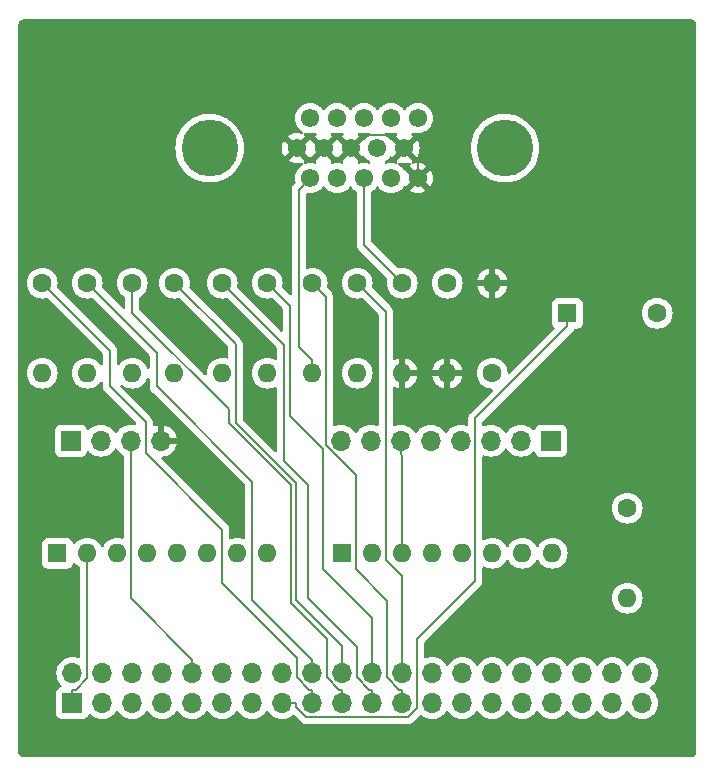
<source format=gbr>
%TF.GenerationSoftware,KiCad,Pcbnew,8.0.2*%
%TF.CreationDate,2025-02-23T18:43:33+01:00*%
%TF.ProjectId,propeller-40k-testhat,70726f70-656c-46c6-9572-2d34306b2d74,0*%
%TF.SameCoordinates,Original*%
%TF.FileFunction,Copper,L1,Top*%
%TF.FilePolarity,Positive*%
%FSLAX46Y46*%
G04 Gerber Fmt 4.6, Leading zero omitted, Abs format (unit mm)*
G04 Created by KiCad (PCBNEW 8.0.2) date 2025-02-23 18:43:33*
%MOMM*%
%LPD*%
G01*
G04 APERTURE LIST*
%TA.AperFunction,ComponentPad*%
%ADD10R,1.700000X1.700000*%
%TD*%
%TA.AperFunction,ComponentPad*%
%ADD11O,1.700000X1.700000*%
%TD*%
%TA.AperFunction,ComponentPad*%
%ADD12C,1.600000*%
%TD*%
%TA.AperFunction,ComponentPad*%
%ADD13O,1.600000X1.600000*%
%TD*%
%TA.AperFunction,ComponentPad*%
%ADD14R,1.600000X1.600000*%
%TD*%
%TA.AperFunction,ComponentPad*%
%ADD15C,1.550000*%
%TD*%
%TA.AperFunction,ComponentPad*%
%ADD16C,4.800000*%
%TD*%
%TA.AperFunction,Conductor*%
%ADD17C,0.200000*%
%TD*%
G04 APERTURE END LIST*
D10*
%TO.P,J4,1,Pin_1*%
%TO.N,+3V3*%
X30353000Y-61595000D03*
D11*
%TO.P,J4,2,Pin_2*%
%TO.N,REC*%
X32893000Y-61595000D03*
%TO.P,J4,3,Pin_3*%
%TO.N,ACK*%
X35433000Y-61595000D03*
%TO.P,J4,4,Pin_4*%
%TO.N,GND*%
X37973000Y-61595000D03*
%TD*%
D10*
%TO.P,J3,1,Pin_1*%
%TO.N,BF0*%
X70993000Y-61595000D03*
D11*
%TO.P,J3,2,Pin_2*%
%TO.N,BF1*%
X68453000Y-61595000D03*
%TO.P,J3,3,Pin_3*%
%TO.N,BF2*%
X65913000Y-61595000D03*
%TO.P,J3,4,Pin_4*%
%TO.N,BF3*%
X63373000Y-61595000D03*
%TO.P,J3,5,Pin_5*%
%TO.N,BF4*%
X60833000Y-61595000D03*
%TO.P,J3,6,Pin_6*%
%TO.N,BF5*%
X58293000Y-61595000D03*
%TO.P,J3,7,Pin_7*%
%TO.N,BF6*%
X55753000Y-61595000D03*
%TO.P,J3,8,Pin_8*%
%TO.N,BF7*%
X53213000Y-61595000D03*
%TD*%
D10*
%TO.P,J1,1,Pin_1*%
%TO.N,Net-(J1-Pin_1)*%
X30480000Y-83820000D03*
D11*
%TO.P,J1,2,Pin_2*%
%TO.N,Net-(J1-Pin_2)*%
X30480000Y-81280000D03*
%TO.P,J1,3,Pin_3*%
%TO.N,Net-(J1-Pin_3)*%
X33020000Y-83820000D03*
%TO.P,J1,4,Pin_4*%
%TO.N,Net-(J1-Pin_4)*%
X33020000Y-81280000D03*
%TO.P,J1,5,Pin_5*%
%TO.N,Net-(J1-Pin_5)*%
X35560000Y-83820000D03*
%TO.P,J1,6,Pin_6*%
%TO.N,Net-(J1-Pin_6)*%
X35560000Y-81280000D03*
%TO.P,J1,7,Pin_7*%
%TO.N,Net-(J1-Pin_7)*%
X38100000Y-83820000D03*
%TO.P,J1,8,Pin_8*%
%TO.N,Net-(J1-Pin_8)*%
X38100000Y-81280000D03*
%TO.P,J1,9,Pin_9*%
%TO.N,Net-(J1-Pin_9)*%
X40640000Y-83820000D03*
%TO.P,J1,10,Pin_10*%
%TO.N,ACK*%
X40640000Y-81280000D03*
%TO.P,J1,11,Pin_11*%
%TO.N,unconnected-(J1-Pin_11-Pad11)*%
X43180000Y-83820000D03*
%TO.P,J1,12,Pin_12*%
%TO.N,unconnected-(J1-Pin_12-Pad12)*%
X43180000Y-81280000D03*
%TO.P,J1,13,Pin_13*%
%TO.N,unconnected-(J1-Pin_13-Pad13)*%
X45720000Y-83820000D03*
%TO.P,J1,14,Pin_14*%
%TO.N,unconnected-(J1-Pin_14-Pad14)*%
X45720000Y-81280000D03*
%TO.P,J1,15,Pin_15*%
%TO.N,P14*%
X48260000Y-83820000D03*
%TO.P,J1,16,Pin_16*%
%TO.N,P15*%
X48260000Y-81280000D03*
%TO.P,J1,17,Pin_17*%
%TO.N,P16*%
X50800000Y-83820000D03*
%TO.P,J1,18,Pin_18*%
%TO.N,P17*%
X50800000Y-81280000D03*
%TO.P,J1,19,Pin_19*%
%TO.N,P18*%
X53340000Y-83820000D03*
%TO.P,J1,20,Pin_20*%
%TO.N,P19*%
X53340000Y-81280000D03*
%TO.P,J1,21,Pin_21*%
%TO.N,P20*%
X55880000Y-83820000D03*
%TO.P,J1,22,Pin_22*%
%TO.N,P21*%
X55880000Y-81280000D03*
%TO.P,J1,23,Pin_23*%
%TO.N,P22*%
X58420000Y-83820000D03*
%TO.P,J1,24,Pin_24*%
%TO.N,P23*%
X58420000Y-81280000D03*
%TO.P,J1,25,Pin_25*%
%TO.N,unconnected-(J1-Pin_25-Pad25)*%
X60960000Y-83820000D03*
%TO.P,J1,26,Pin_26*%
%TO.N,unconnected-(J1-Pin_26-Pad26)*%
X60960000Y-81280000D03*
%TO.P,J1,27,Pin_27*%
%TO.N,unconnected-(J1-Pin_27-Pad27)*%
X63500000Y-83820000D03*
%TO.P,J1,28,Pin_28*%
%TO.N,unconnected-(J1-Pin_28-Pad28)*%
X63500000Y-81280000D03*
%TO.P,J1,29,Pin_29*%
%TO.N,unconnected-(J1-Pin_29-Pad29)*%
X66040000Y-83820000D03*
%TO.P,J1,30,Pin_30*%
%TO.N,unconnected-(J1-Pin_30-Pad30)*%
X66040000Y-81280000D03*
%TO.P,J1,31,Pin_31*%
%TO.N,unconnected-(J1-Pin_31-Pad31)*%
X68580000Y-83820000D03*
%TO.P,J1,32,Pin_32*%
%TO.N,unconnected-(J1-Pin_32-Pad32)*%
X68580000Y-81280000D03*
%TO.P,J1,33,Pin_33*%
%TO.N,unconnected-(J1-Pin_33-Pad33)*%
X71120000Y-83820000D03*
%TO.P,J1,34,Pin_34*%
%TO.N,unconnected-(J1-Pin_34-Pad34)*%
X71120000Y-81280000D03*
%TO.P,J1,35,Pin_35*%
%TO.N,unconnected-(J1-Pin_35-Pad35)*%
X73660000Y-83820000D03*
%TO.P,J1,36,Pin_36*%
%TO.N,unconnected-(J1-Pin_36-Pad36)*%
X73660000Y-81280000D03*
%TO.P,J1,37,Pin_37*%
%TO.N,unconnected-(J1-Pin_37-Pad37)*%
X76200000Y-83820000D03*
%TO.P,J1,38,Pin_38*%
%TO.N,unconnected-(J1-Pin_38-Pad38)*%
X76200000Y-81280000D03*
%TO.P,J1,39,Pin_39*%
%TO.N,unconnected-(J1-Pin_39-Pad39)*%
X78740000Y-83820000D03*
%TO.P,J1,40,Pin_40*%
%TO.N,unconnected-(J1-Pin_40-Pad40)*%
X78740000Y-81280000D03*
%TD*%
D12*
%TO.P,R10,1*%
%TO.N,P21*%
X46990000Y-48260000D03*
D13*
%TO.P,R10,2*%
%TO.N,G*%
X46990000Y-55880000D03*
%TD*%
D14*
%TO.P,LS1,1,1*%
%TO.N,P14*%
X72400000Y-50800000D03*
D12*
%TO.P,LS1,2,2*%
%TO.N,P15*%
X80000000Y-50800000D03*
%TD*%
%TO.P,R1,1*%
%TO.N,REC*%
X77470000Y-67310000D03*
D13*
%TO.P,R1,2*%
%TO.N,Net-(J1-Pin_9)*%
X77470000Y-74930000D03*
%TD*%
D14*
%TO.P,RN1,1,R1.1*%
%TO.N,BF0*%
X29210000Y-71120000D03*
D13*
%TO.P,RN1,2,R1.2*%
%TO.N,Net-(J1-Pin_1)*%
X31750000Y-71120000D03*
%TO.P,RN1,3,R2.1*%
%TO.N,BF1*%
X34290000Y-71120000D03*
%TO.P,RN1,4,R2.2*%
%TO.N,Net-(J1-Pin_2)*%
X36830000Y-71120000D03*
%TO.P,RN1,5,R3.1*%
%TO.N,BF2*%
X39370000Y-71120000D03*
%TO.P,RN1,6,R3.2*%
%TO.N,Net-(J1-Pin_3)*%
X41910000Y-71120000D03*
%TO.P,RN1,7,R4.1*%
%TO.N,BF3*%
X44450000Y-71120000D03*
%TO.P,RN1,8,R4.2*%
%TO.N,Net-(J1-Pin_4)*%
X46990000Y-71120000D03*
%TD*%
D12*
%TO.P,R9,1*%
%TO.N,P20*%
X43180000Y-48260000D03*
D13*
%TO.P,R9,2*%
%TO.N,G*%
X43180000Y-55880000D03*
%TD*%
D12*
%TO.P,R12,1*%
%TO.N,P23*%
X54610000Y-48260000D03*
D13*
%TO.P,R12,2*%
%TO.N,R*%
X54610000Y-55880000D03*
%TD*%
D12*
%TO.P,R13,1*%
%TO.N,B*%
X58420000Y-48260000D03*
D13*
%TO.P,R13,2*%
%TO.N,GND*%
X58420000Y-55880000D03*
%TD*%
D12*
%TO.P,R5,1*%
%TO.N,P16*%
X27940000Y-48260000D03*
D13*
%TO.P,R5,2*%
%TO.N,VSYNC*%
X27940000Y-55880000D03*
%TD*%
D12*
%TO.P,R11,1*%
%TO.N,P22*%
X50800000Y-48260000D03*
D13*
%TO.P,R11,2*%
%TO.N,R*%
X50800000Y-55880000D03*
%TD*%
D12*
%TO.P,R6,1*%
%TO.N,P17*%
X31750000Y-48260000D03*
D13*
%TO.P,R6,2*%
%TO.N,HSYNC*%
X31750000Y-55880000D03*
%TD*%
D12*
%TO.P,R15,1*%
%TO.N,R*%
X66040000Y-55880000D03*
D13*
%TO.P,R15,2*%
%TO.N,GND*%
X66040000Y-48260000D03*
%TD*%
D15*
%TO.P,J2,1*%
%TO.N,R*%
X50620000Y-39370000D03*
%TO.P,J2,2*%
%TO.N,G*%
X52900000Y-39370000D03*
%TO.P,J2,3*%
%TO.N,B*%
X55180000Y-39370000D03*
%TO.P,J2,4*%
%TO.N,unconnected-(J2-Pad4)*%
X57460000Y-39370000D03*
%TO.P,J2,5*%
%TO.N,GND*%
X59740000Y-39370000D03*
%TO.P,J2,6*%
X49480000Y-36830000D03*
%TO.P,J2,7*%
X51760000Y-36830000D03*
%TO.P,J2,8*%
X54040000Y-36830000D03*
%TO.P,J2,9*%
%TO.N,unconnected-(J2-Pad9)*%
X56320000Y-36830000D03*
%TO.P,J2,10*%
%TO.N,GND*%
X58600000Y-36830000D03*
%TO.P,J2,11*%
%TO.N,unconnected-(J2-Pad11)*%
X50620000Y-34290000D03*
%TO.P,J2,12*%
%TO.N,unconnected-(J2-Pad12)*%
X52900000Y-34290000D03*
%TO.P,J2,13*%
%TO.N,HSYNC*%
X55180000Y-34290000D03*
%TO.P,J2,14*%
%TO.N,VSYNC*%
X57460000Y-34290000D03*
%TO.P,J2,15*%
%TO.N,unconnected-(J2-Pad15)*%
X59740000Y-34290000D03*
D16*
%TO.P,J2,16*%
%TO.N,N/C*%
X67110000Y-36830000D03*
%TO.P,J2,17*%
X42110000Y-36830000D03*
%TD*%
D14*
%TO.P,RN2,1,R1.1*%
%TO.N,BF4*%
X53340000Y-71120000D03*
D13*
%TO.P,RN2,2,R1.2*%
%TO.N,Net-(J1-Pin_5)*%
X55880000Y-71120000D03*
%TO.P,RN2,3,R2.1*%
%TO.N,BF5*%
X58420000Y-71120000D03*
%TO.P,RN2,4,R2.2*%
%TO.N,Net-(J1-Pin_6)*%
X60960000Y-71120000D03*
%TO.P,RN2,5,R3.1*%
%TO.N,BF6*%
X63500000Y-71120000D03*
%TO.P,RN2,6,R3.2*%
%TO.N,Net-(J1-Pin_7)*%
X66040000Y-71120000D03*
%TO.P,RN2,7,R4.1*%
%TO.N,BF7*%
X68580000Y-71120000D03*
%TO.P,RN2,8,R4.2*%
%TO.N,Net-(J1-Pin_8)*%
X71120000Y-71120000D03*
%TD*%
D12*
%TO.P,R7,1*%
%TO.N,P18*%
X35560000Y-48260000D03*
D13*
%TO.P,R7,2*%
%TO.N,B*%
X35560000Y-55880000D03*
%TD*%
D12*
%TO.P,R14,1*%
%TO.N,G*%
X62230000Y-48260000D03*
D13*
%TO.P,R14,2*%
%TO.N,GND*%
X62230000Y-55880000D03*
%TD*%
D12*
%TO.P,R8,1*%
%TO.N,P19*%
X39130000Y-48260000D03*
D13*
%TO.P,R8,2*%
%TO.N,B*%
X39130000Y-55880000D03*
%TD*%
D17*
%TO.N,P21*%
X55880000Y-76635100D02*
X55880000Y-81280000D01*
X51694700Y-72449800D02*
X55880000Y-76635100D01*
X51694700Y-62269100D02*
X51694700Y-72449800D01*
X48895000Y-59469400D02*
X51694700Y-62269100D01*
X48895000Y-50165000D02*
X48895000Y-59469400D01*
X46990000Y-48260000D02*
X48895000Y-50165000D01*
%TO.N,P16*%
X50561700Y-82669900D02*
X50800000Y-82669900D01*
X49530000Y-81638200D02*
X50561700Y-82669900D01*
X49530000Y-79974400D02*
X49530000Y-81638200D01*
X43180000Y-73624400D02*
X49530000Y-79974400D01*
X43180000Y-69137200D02*
X43180000Y-73624400D01*
X36703000Y-62660200D02*
X43180000Y-69137200D01*
X36703000Y-60051300D02*
X36703000Y-62660200D01*
X33655000Y-57003300D02*
X36703000Y-60051300D01*
X33655000Y-53975000D02*
X33655000Y-57003300D01*
X27940000Y-48260000D02*
X33655000Y-53975000D01*
X50800000Y-83820000D02*
X50800000Y-82669900D01*
%TO.N,P17*%
X45720000Y-75049900D02*
X50800000Y-80129900D01*
X45720000Y-65076100D02*
X45720000Y-75049900D01*
X37624100Y-56980200D02*
X45720000Y-65076100D01*
X37624100Y-54134100D02*
X37624100Y-56980200D01*
X31750000Y-48260000D02*
X37624100Y-54134100D01*
X50800000Y-81280000D02*
X50800000Y-80129900D01*
%TO.N,P23*%
X58420000Y-73090000D02*
X58420000Y-81280000D01*
X57008500Y-71678500D02*
X58420000Y-73090000D01*
X57008500Y-50658500D02*
X57008500Y-71678500D01*
X54610000Y-48260000D02*
X57008500Y-50658500D01*
%TO.N,ACK*%
X35433000Y-74922900D02*
X35433000Y-61595000D01*
X40640000Y-80129900D02*
X35433000Y-74922900D01*
X40640000Y-81280000D02*
X40640000Y-80129900D01*
%TO.N,P20*%
X55641700Y-82669900D02*
X55880000Y-82669900D01*
X54610000Y-81638200D02*
X55641700Y-82669900D01*
X54610000Y-79086700D02*
X54610000Y-81638200D01*
X50412700Y-74889400D02*
X54610000Y-79086700D01*
X50412700Y-65316200D02*
X50412700Y-74889400D01*
X48402000Y-63305500D02*
X50412700Y-65316200D01*
X48402000Y-53482000D02*
X48402000Y-63305500D01*
X43180000Y-48260000D02*
X48402000Y-53482000D01*
X55880000Y-83820000D02*
X55880000Y-82669900D01*
%TO.N,P18*%
X53340000Y-83820000D02*
X53340000Y-82669900D01*
X53101700Y-82669900D02*
X53340000Y-82669900D01*
X52070000Y-81638200D02*
X53101700Y-82669900D01*
X52070000Y-78359000D02*
X52070000Y-81638200D01*
X49013600Y-75302600D02*
X52070000Y-78359000D01*
X49013600Y-65331400D02*
X49013600Y-75302600D01*
X43762900Y-60080700D02*
X49013600Y-65331400D01*
X43762900Y-58949200D02*
X43762900Y-60080700D01*
X35560000Y-50746300D02*
X43762900Y-58949200D01*
X35560000Y-48260000D02*
X35560000Y-50746300D01*
%TO.N,P22*%
X58181700Y-82669900D02*
X58420000Y-82669900D01*
X57150000Y-81638200D02*
X58181700Y-82669900D01*
X57150000Y-75155900D02*
X57150000Y-81638200D01*
X54468500Y-72474400D02*
X57150000Y-75155900D01*
X54468500Y-64477000D02*
X54468500Y-72474400D01*
X51949900Y-61958400D02*
X54468500Y-64477000D01*
X51949900Y-49409900D02*
X51949900Y-61958400D01*
X50800000Y-48260000D02*
X51949900Y-49409900D01*
X58420000Y-83820000D02*
X58420000Y-82669900D01*
%TO.N,BF5*%
X58420000Y-62872100D02*
X58293000Y-62745100D01*
X58420000Y-71120000D02*
X58420000Y-62872100D01*
X58293000Y-61595000D02*
X58293000Y-62745100D01*
%TO.N,Net-(J1-Pin_1)*%
X30767500Y-82669900D02*
X30480000Y-82669900D01*
X31750000Y-81687400D02*
X30767500Y-82669900D01*
X31750000Y-71120000D02*
X31750000Y-81687400D01*
X30480000Y-83820000D02*
X30480000Y-82669900D01*
%TO.N,P14*%
X64600200Y-59699900D02*
X72400000Y-51900100D01*
X64600200Y-73481700D02*
X64600200Y-59699900D01*
X59690000Y-78391900D02*
X64600200Y-73481700D01*
X59690000Y-84211100D02*
X59690000Y-78391900D01*
X58912300Y-84988800D02*
X59690000Y-84211100D01*
X50291400Y-84988800D02*
X58912300Y-84988800D01*
X49410100Y-84107500D02*
X50291400Y-84988800D01*
X49410100Y-83820000D02*
X49410100Y-84107500D01*
X48260000Y-83820000D02*
X49410100Y-83820000D01*
X72400000Y-50800000D02*
X72400000Y-51900100D01*
%TO.N,P19*%
X53340000Y-79001800D02*
X53340000Y-81280000D01*
X49413700Y-75075500D02*
X53340000Y-79001800D01*
X49413700Y-65165700D02*
X49413700Y-75075500D01*
X44304600Y-60056600D02*
X49413700Y-65165700D01*
X44304600Y-53434600D02*
X44304600Y-60056600D01*
X39130000Y-48260000D02*
X44304600Y-53434600D01*
%TO.N,B*%
X55180000Y-45020000D02*
X58420000Y-48260000D01*
X55180000Y-39370000D02*
X55180000Y-45020000D01*
%TO.N,R*%
X49649700Y-53629600D02*
X50800000Y-54779900D01*
X49649700Y-40340300D02*
X49649700Y-53629600D01*
X50620000Y-39370000D02*
X49649700Y-40340300D01*
X50800000Y-55880000D02*
X50800000Y-54779900D01*
%TO.N,GND*%
X66040000Y-45670000D02*
X66040000Y-48260000D01*
X59740000Y-39370000D02*
X66040000Y-45670000D01*
X62230000Y-53170100D02*
X62230000Y-55880000D01*
X66040000Y-49360100D02*
X62230000Y-53170100D01*
X66040000Y-48260000D02*
X66040000Y-49360100D01*
X57511700Y-35741700D02*
X58600000Y-36830000D01*
X55128300Y-35741700D02*
X57511700Y-35741700D01*
X54040000Y-36830000D02*
X55128300Y-35741700D01*
X59740000Y-37970000D02*
X59740000Y-39370000D01*
X58600000Y-36830000D02*
X59740000Y-37970000D01*
%TD*%
%TA.AperFunction,Conductor*%
%TO.N,GND*%
G36*
X36967465Y-56274093D02*
G01*
X37012800Y-56327258D01*
X37023600Y-56377873D01*
X37023600Y-56893530D01*
X37023599Y-56893548D01*
X37023599Y-57059254D01*
X37023598Y-57059254D01*
X37064523Y-57211985D01*
X37077860Y-57235085D01*
X37143577Y-57348912D01*
X37143581Y-57348917D01*
X37262449Y-57467785D01*
X37262455Y-57467790D01*
X45083181Y-65288516D01*
X45116666Y-65349839D01*
X45119500Y-65376197D01*
X45119500Y-69802608D01*
X45099815Y-69869647D01*
X45047011Y-69915402D01*
X44977853Y-69925346D01*
X44943096Y-69914991D01*
X44920531Y-69904469D01*
X44896496Y-69893261D01*
X44896493Y-69893260D01*
X44896488Y-69893258D01*
X44676697Y-69834366D01*
X44676693Y-69834365D01*
X44676692Y-69834365D01*
X44676691Y-69834364D01*
X44676686Y-69834364D01*
X44450002Y-69814532D01*
X44449998Y-69814532D01*
X44223313Y-69834364D01*
X44223302Y-69834366D01*
X44003511Y-69893258D01*
X44003506Y-69893260D01*
X43956904Y-69914991D01*
X43887826Y-69925482D01*
X43824042Y-69896961D01*
X43785803Y-69838484D01*
X43780500Y-69802608D01*
X43780500Y-69058145D01*
X43780500Y-69058143D01*
X43739577Y-68905416D01*
X43739577Y-68905415D01*
X43739577Y-68905414D01*
X43710639Y-68855295D01*
X43710637Y-68855292D01*
X43660520Y-68768484D01*
X43548716Y-68656680D01*
X43548715Y-68656679D01*
X43544385Y-68652349D01*
X43544374Y-68652339D01*
X38040748Y-63148713D01*
X38007263Y-63087390D01*
X38012247Y-63017698D01*
X38054119Y-62961765D01*
X38117622Y-62937504D01*
X38208315Y-62929569D01*
X38208326Y-62929567D01*
X38436483Y-62868433D01*
X38436492Y-62868429D01*
X38650578Y-62768600D01*
X38844082Y-62633105D01*
X39011105Y-62466082D01*
X39146600Y-62272578D01*
X39246429Y-62058492D01*
X39246432Y-62058486D01*
X39303636Y-61845000D01*
X38406012Y-61845000D01*
X38438925Y-61787993D01*
X38473000Y-61660826D01*
X38473000Y-61529174D01*
X38438925Y-61402007D01*
X38406012Y-61345000D01*
X39303636Y-61345000D01*
X39303635Y-61344999D01*
X39246432Y-61131513D01*
X39246429Y-61131507D01*
X39146600Y-60917422D01*
X39146599Y-60917420D01*
X39011113Y-60723926D01*
X39011108Y-60723920D01*
X38844082Y-60556894D01*
X38650578Y-60421399D01*
X38436492Y-60321570D01*
X38436486Y-60321567D01*
X38223000Y-60264364D01*
X38223000Y-61161988D01*
X38165993Y-61129075D01*
X38038826Y-61095000D01*
X37907174Y-61095000D01*
X37780007Y-61129075D01*
X37723000Y-61161988D01*
X37723000Y-60264364D01*
X37722999Y-60264364D01*
X37509513Y-60321567D01*
X37509506Y-60321570D01*
X37479903Y-60335374D01*
X37410825Y-60345865D01*
X37347042Y-60317344D01*
X37308803Y-60258867D01*
X37303500Y-60222991D01*
X37303500Y-60140359D01*
X37303501Y-60140346D01*
X37303501Y-59972245D01*
X37303501Y-59972243D01*
X37262577Y-59819515D01*
X37233639Y-59769395D01*
X37183520Y-59682584D01*
X37071716Y-59570780D01*
X37071715Y-59570779D01*
X37067385Y-59566449D01*
X37067374Y-59566439D01*
X34589346Y-57088411D01*
X34555861Y-57027088D01*
X34560845Y-56957396D01*
X34602717Y-56901463D01*
X34668181Y-56877046D01*
X34736454Y-56891898D01*
X34748150Y-56899155D01*
X34750989Y-56901143D01*
X34907266Y-57010568D01*
X35113504Y-57106739D01*
X35333308Y-57165635D01*
X35495230Y-57179801D01*
X35559998Y-57185468D01*
X35560000Y-57185468D01*
X35560002Y-57185468D01*
X35617653Y-57180424D01*
X35786692Y-57165635D01*
X36006496Y-57106739D01*
X36212734Y-57010568D01*
X36399139Y-56880047D01*
X36560047Y-56719139D01*
X36690568Y-56532734D01*
X36786739Y-56326496D01*
X36786739Y-56326494D01*
X36787218Y-56325468D01*
X36833390Y-56273029D01*
X36900584Y-56253877D01*
X36967465Y-56274093D01*
G37*
%TD.AperFunction*%
%TA.AperFunction,Conductor*%
G36*
X58212411Y-38046122D02*
G01*
X58377751Y-38090425D01*
X58377758Y-38090426D01*
X58599998Y-38109870D01*
X58600002Y-38109870D01*
X58822241Y-38090426D01*
X58822248Y-38090425D01*
X58989001Y-38045743D01*
X59058851Y-38047406D01*
X59116713Y-38086568D01*
X59144218Y-38150796D01*
X59132632Y-38219698D01*
X59092218Y-38267093D01*
X59032477Y-38308923D01*
X59032476Y-38308923D01*
X59610590Y-38887037D01*
X59547007Y-38904075D01*
X59432993Y-38969901D01*
X59339901Y-39062993D01*
X59274075Y-39177007D01*
X59257037Y-39240590D01*
X58678923Y-38662476D01*
X58658640Y-38664251D01*
X58647296Y-38673319D01*
X58577797Y-38680509D01*
X58515444Y-38648984D01*
X58498734Y-38629700D01*
X58440822Y-38546993D01*
X58283007Y-38389178D01*
X58168393Y-38308924D01*
X58109193Y-38267471D01*
X58065568Y-38212894D01*
X58058376Y-38143396D01*
X58089898Y-38081041D01*
X58150128Y-38045628D01*
X58212411Y-38046122D01*
G37*
%TD.AperFunction*%
%TA.AperFunction,Conductor*%
G36*
X51294075Y-37022993D02*
G01*
X51359901Y-37137007D01*
X51452993Y-37230099D01*
X51567007Y-37295925D01*
X51630590Y-37312962D01*
X51052476Y-37891074D01*
X51111020Y-37932067D01*
X51154644Y-37986644D01*
X51161837Y-38056143D01*
X51130315Y-38118497D01*
X51070085Y-38153911D01*
X51007803Y-38153417D01*
X50842339Y-38109081D01*
X50842329Y-38109079D01*
X50620001Y-38089628D01*
X50619999Y-38089628D01*
X50397670Y-38109079D01*
X50397660Y-38109081D01*
X50232195Y-38153417D01*
X50162345Y-38151754D01*
X50104483Y-38112591D01*
X50076979Y-38048363D01*
X50088566Y-37979460D01*
X50128979Y-37932067D01*
X50187522Y-37891074D01*
X49609409Y-37312962D01*
X49672993Y-37295925D01*
X49787007Y-37230099D01*
X49880099Y-37137007D01*
X49945925Y-37022993D01*
X49962962Y-36959409D01*
X50541074Y-37537522D01*
X50561080Y-37535772D01*
X50572997Y-37526246D01*
X50642496Y-37519051D01*
X50674873Y-37535417D01*
X50698924Y-37537522D01*
X51277037Y-36959409D01*
X51294075Y-37022993D01*
G37*
%TD.AperFunction*%
%TA.AperFunction,Conductor*%
G36*
X53574075Y-37022993D02*
G01*
X53639901Y-37137007D01*
X53732993Y-37230099D01*
X53847007Y-37295925D01*
X53910590Y-37312962D01*
X53332476Y-37891074D01*
X53391020Y-37932067D01*
X53434644Y-37986644D01*
X53441837Y-38056143D01*
X53410315Y-38118497D01*
X53350085Y-38153911D01*
X53287803Y-38153417D01*
X53122339Y-38109081D01*
X53122329Y-38109079D01*
X52900001Y-38089628D01*
X52899999Y-38089628D01*
X52677670Y-38109079D01*
X52677660Y-38109081D01*
X52512195Y-38153417D01*
X52442345Y-38151754D01*
X52384483Y-38112591D01*
X52356979Y-38048363D01*
X52368566Y-37979460D01*
X52408979Y-37932067D01*
X52467522Y-37891074D01*
X51889409Y-37312962D01*
X51952993Y-37295925D01*
X52067007Y-37230099D01*
X52160099Y-37137007D01*
X52225925Y-37022993D01*
X52242962Y-36959409D01*
X52821074Y-37537522D01*
X52841080Y-37535772D01*
X52852997Y-37526246D01*
X52922496Y-37519051D01*
X52954873Y-37535417D01*
X52978924Y-37537522D01*
X53557037Y-36959409D01*
X53574075Y-37022993D01*
G37*
%TD.AperFunction*%
%TA.AperFunction,Conductor*%
G36*
X58134075Y-37022993D02*
G01*
X58199901Y-37137007D01*
X58292993Y-37230099D01*
X58407007Y-37295925D01*
X58470590Y-37312962D01*
X57892476Y-37891074D01*
X57951020Y-37932067D01*
X57994644Y-37986644D01*
X58001837Y-38056143D01*
X57970315Y-38118497D01*
X57910085Y-38153911D01*
X57847803Y-38153417D01*
X57682339Y-38109081D01*
X57682329Y-38109079D01*
X57460001Y-38089628D01*
X57459999Y-38089628D01*
X57237670Y-38109079D01*
X57237660Y-38109081D01*
X57073608Y-38153038D01*
X57003758Y-38151375D01*
X56945896Y-38112212D01*
X56918392Y-38047983D01*
X56929979Y-37979081D01*
X56970388Y-37931691D01*
X57143007Y-37810822D01*
X57300822Y-37653007D01*
X57358731Y-37570304D01*
X57413306Y-37526681D01*
X57482804Y-37519487D01*
X57514199Y-37535358D01*
X57538924Y-37537522D01*
X58117037Y-36959409D01*
X58134075Y-37022993D01*
G37*
%TD.AperFunction*%
%TA.AperFunction,Conductor*%
G36*
X55101074Y-37537522D02*
G01*
X55121348Y-37535748D01*
X55132690Y-37526682D01*
X55202188Y-37519485D01*
X55264544Y-37551005D01*
X55281268Y-37570304D01*
X55339178Y-37653007D01*
X55496993Y-37810822D01*
X55669609Y-37931689D01*
X55713233Y-37986265D01*
X55720425Y-38055764D01*
X55688903Y-38118118D01*
X55628673Y-38153532D01*
X55566391Y-38153038D01*
X55402339Y-38109081D01*
X55402329Y-38109079D01*
X55180001Y-38089628D01*
X55179999Y-38089628D01*
X54957670Y-38109079D01*
X54957660Y-38109081D01*
X54792195Y-38153417D01*
X54722345Y-38151754D01*
X54664483Y-38112591D01*
X54636979Y-38048363D01*
X54648566Y-37979460D01*
X54688979Y-37932067D01*
X54747522Y-37891074D01*
X54169409Y-37312962D01*
X54232993Y-37295925D01*
X54347007Y-37230099D01*
X54440099Y-37137007D01*
X54505925Y-37022993D01*
X54522962Y-36959409D01*
X55101074Y-37537522D01*
G37*
%TD.AperFunction*%
%TA.AperFunction,Conductor*%
G36*
X50232193Y-35506581D02*
G01*
X50397666Y-35550920D01*
X50575533Y-35566481D01*
X50619999Y-35570372D01*
X50620000Y-35570372D01*
X50620001Y-35570372D01*
X50657055Y-35567130D01*
X50842334Y-35550920D01*
X51007806Y-35506582D01*
X51077653Y-35508245D01*
X51135516Y-35547407D01*
X51163020Y-35611636D01*
X51151434Y-35680538D01*
X51111019Y-35727933D01*
X51052476Y-35768923D01*
X51630590Y-36347037D01*
X51567007Y-36364075D01*
X51452993Y-36429901D01*
X51359901Y-36522993D01*
X51294075Y-36637007D01*
X51277037Y-36700590D01*
X50698923Y-36122476D01*
X50678911Y-36124227D01*
X50666995Y-36133753D01*
X50597496Y-36140945D01*
X50565128Y-36124581D01*
X50541074Y-36122476D01*
X49962962Y-36700589D01*
X49945925Y-36637007D01*
X49880099Y-36522993D01*
X49787007Y-36429901D01*
X49672993Y-36364075D01*
X49609410Y-36347037D01*
X50187522Y-35768924D01*
X50128979Y-35727932D01*
X50085355Y-35673355D01*
X50078162Y-35603856D01*
X50109684Y-35541502D01*
X50169914Y-35506088D01*
X50232193Y-35506581D01*
G37*
%TD.AperFunction*%
%TA.AperFunction,Conductor*%
G36*
X52512193Y-35506581D02*
G01*
X52677666Y-35550920D01*
X52855533Y-35566481D01*
X52899999Y-35570372D01*
X52900000Y-35570372D01*
X52900001Y-35570372D01*
X52937055Y-35567130D01*
X53122334Y-35550920D01*
X53287806Y-35506582D01*
X53357653Y-35508245D01*
X53415516Y-35547407D01*
X53443020Y-35611636D01*
X53431434Y-35680538D01*
X53391019Y-35727933D01*
X53332476Y-35768923D01*
X53910590Y-36347037D01*
X53847007Y-36364075D01*
X53732993Y-36429901D01*
X53639901Y-36522993D01*
X53574075Y-36637007D01*
X53557037Y-36700590D01*
X52978923Y-36122476D01*
X52958911Y-36124227D01*
X52946995Y-36133753D01*
X52877496Y-36140945D01*
X52845128Y-36124581D01*
X52821074Y-36122476D01*
X52242962Y-36700589D01*
X52225925Y-36637007D01*
X52160099Y-36522993D01*
X52067007Y-36429901D01*
X51952993Y-36364075D01*
X51889410Y-36347037D01*
X52467522Y-35768924D01*
X52408979Y-35727932D01*
X52365355Y-35673355D01*
X52358162Y-35603856D01*
X52389684Y-35541502D01*
X52449914Y-35506088D01*
X52512193Y-35506581D01*
G37*
%TD.AperFunction*%
%TA.AperFunction,Conductor*%
G36*
X57073608Y-35506961D02*
G01*
X57080557Y-35508823D01*
X57237666Y-35550920D01*
X57415533Y-35566481D01*
X57459999Y-35570372D01*
X57460000Y-35570372D01*
X57460001Y-35570372D01*
X57497055Y-35567130D01*
X57682334Y-35550920D01*
X57847806Y-35506582D01*
X57917653Y-35508245D01*
X57975516Y-35547407D01*
X58003020Y-35611636D01*
X57991434Y-35680538D01*
X57951019Y-35727933D01*
X57892476Y-35768923D01*
X58470590Y-36347037D01*
X58407007Y-36364075D01*
X58292993Y-36429901D01*
X58199901Y-36522993D01*
X58134075Y-36637007D01*
X58117037Y-36700590D01*
X57538923Y-36122476D01*
X57518640Y-36124251D01*
X57507296Y-36133319D01*
X57437797Y-36140509D01*
X57375444Y-36108984D01*
X57358734Y-36089700D01*
X57300822Y-36006993D01*
X57143007Y-35849178D01*
X56970390Y-35728310D01*
X56926766Y-35673733D01*
X56919574Y-35604235D01*
X56951096Y-35541880D01*
X57011326Y-35506467D01*
X57073608Y-35506961D01*
G37*
%TD.AperFunction*%
%TA.AperFunction,Conductor*%
G36*
X54792193Y-35506581D02*
G01*
X54957666Y-35550920D01*
X55135533Y-35566481D01*
X55179999Y-35570372D01*
X55180000Y-35570372D01*
X55180001Y-35570372D01*
X55217055Y-35567130D01*
X55402334Y-35550920D01*
X55566391Y-35506961D01*
X55636240Y-35508624D01*
X55694103Y-35547786D01*
X55721607Y-35612015D01*
X55710021Y-35680917D01*
X55669608Y-35728310D01*
X55496992Y-35849178D01*
X55339181Y-36006989D01*
X55281269Y-36089695D01*
X55226692Y-36133319D01*
X55157193Y-36140511D01*
X55125800Y-36124640D01*
X55101074Y-36122476D01*
X54522962Y-36700589D01*
X54505925Y-36637007D01*
X54440099Y-36522993D01*
X54347007Y-36429901D01*
X54232993Y-36364075D01*
X54169410Y-36347037D01*
X54747522Y-35768924D01*
X54688979Y-35727932D01*
X54645355Y-35673355D01*
X54638162Y-35603856D01*
X54669684Y-35541502D01*
X54729914Y-35506088D01*
X54792193Y-35506581D01*
G37*
%TD.AperFunction*%
%TA.AperFunction,Conductor*%
G36*
X82826922Y-25901280D02*
G01*
X82917266Y-25911459D01*
X82944331Y-25917636D01*
X83023540Y-25945352D01*
X83048553Y-25957398D01*
X83119606Y-26002043D01*
X83141313Y-26019355D01*
X83200644Y-26078686D01*
X83217957Y-26100395D01*
X83262600Y-26171444D01*
X83274648Y-26196462D01*
X83302362Y-26275666D01*
X83308540Y-26302735D01*
X83318720Y-26393076D01*
X83319500Y-26406961D01*
X83319500Y-87893038D01*
X83318720Y-87906923D01*
X83308540Y-87997264D01*
X83302362Y-88024333D01*
X83274648Y-88103537D01*
X83262600Y-88128555D01*
X83217957Y-88199604D01*
X83200644Y-88221313D01*
X83141313Y-88280644D01*
X83119604Y-88297957D01*
X83048555Y-88342600D01*
X83023537Y-88354648D01*
X82944333Y-88382362D01*
X82917264Y-88388540D01*
X82837075Y-88397576D01*
X82826921Y-88398720D01*
X82813038Y-88399500D01*
X26406962Y-88399500D01*
X26393078Y-88398720D01*
X26380553Y-88397308D01*
X26302735Y-88388540D01*
X26275666Y-88382362D01*
X26196462Y-88354648D01*
X26171444Y-88342600D01*
X26100395Y-88297957D01*
X26078686Y-88280644D01*
X26019355Y-88221313D01*
X26002042Y-88199604D01*
X25957399Y-88128555D01*
X25945351Y-88103537D01*
X25917637Y-88024333D01*
X25911459Y-87997263D01*
X25901280Y-87906922D01*
X25900500Y-87893038D01*
X25900500Y-55879998D01*
X26634532Y-55879998D01*
X26634532Y-55880001D01*
X26654364Y-56106686D01*
X26654366Y-56106697D01*
X26713258Y-56326488D01*
X26713261Y-56326497D01*
X26809431Y-56532732D01*
X26809432Y-56532734D01*
X26939954Y-56719141D01*
X27100858Y-56880045D01*
X27100861Y-56880047D01*
X27287266Y-57010568D01*
X27493504Y-57106739D01*
X27713308Y-57165635D01*
X27875230Y-57179801D01*
X27939998Y-57185468D01*
X27940000Y-57185468D01*
X27940002Y-57185468D01*
X27997653Y-57180424D01*
X28166692Y-57165635D01*
X28386496Y-57106739D01*
X28592734Y-57010568D01*
X28779139Y-56880047D01*
X28940047Y-56719139D01*
X29070568Y-56532734D01*
X29166739Y-56326496D01*
X29225635Y-56106692D01*
X29245468Y-55880000D01*
X29225635Y-55653308D01*
X29166739Y-55433504D01*
X29070568Y-55227266D01*
X28940047Y-55040861D01*
X28940045Y-55040858D01*
X28779141Y-54879954D01*
X28592734Y-54749432D01*
X28592732Y-54749431D01*
X28386497Y-54653261D01*
X28386488Y-54653258D01*
X28166697Y-54594366D01*
X28166693Y-54594365D01*
X28166692Y-54594365D01*
X28166691Y-54594364D01*
X28166686Y-54594364D01*
X27940002Y-54574532D01*
X27939998Y-54574532D01*
X27713313Y-54594364D01*
X27713302Y-54594366D01*
X27493511Y-54653258D01*
X27493502Y-54653261D01*
X27287267Y-54749431D01*
X27287265Y-54749432D01*
X27100858Y-54879954D01*
X26939954Y-55040858D01*
X26809432Y-55227265D01*
X26809431Y-55227267D01*
X26713261Y-55433502D01*
X26713258Y-55433511D01*
X26654366Y-55653302D01*
X26654364Y-55653313D01*
X26634532Y-55879998D01*
X25900500Y-55879998D01*
X25900500Y-48259998D01*
X26634532Y-48259998D01*
X26634532Y-48260001D01*
X26654364Y-48486686D01*
X26654366Y-48486697D01*
X26713258Y-48706488D01*
X26713261Y-48706497D01*
X26809431Y-48912732D01*
X26809432Y-48912734D01*
X26939953Y-49099140D01*
X27100858Y-49260045D01*
X27100861Y-49260047D01*
X27287266Y-49390568D01*
X27493504Y-49486739D01*
X27713308Y-49545635D01*
X27875230Y-49559801D01*
X27939998Y-49565468D01*
X27940000Y-49565468D01*
X27940002Y-49565468D01*
X27996673Y-49560509D01*
X28166692Y-49545635D01*
X28262932Y-49519847D01*
X28332781Y-49521510D01*
X28382706Y-49551941D01*
X33018181Y-54187416D01*
X33051666Y-54248739D01*
X33054500Y-54275097D01*
X33054500Y-55082388D01*
X33034815Y-55149427D01*
X32982011Y-55195182D01*
X32912853Y-55205126D01*
X32849297Y-55176101D01*
X32828925Y-55153511D01*
X32750045Y-55040858D01*
X32589141Y-54879954D01*
X32402734Y-54749432D01*
X32402732Y-54749431D01*
X32196497Y-54653261D01*
X32196488Y-54653258D01*
X31976697Y-54594366D01*
X31976693Y-54594365D01*
X31976692Y-54594365D01*
X31976691Y-54594364D01*
X31976686Y-54594364D01*
X31750002Y-54574532D01*
X31749998Y-54574532D01*
X31523313Y-54594364D01*
X31523302Y-54594366D01*
X31303511Y-54653258D01*
X31303502Y-54653261D01*
X31097267Y-54749431D01*
X31097265Y-54749432D01*
X30910858Y-54879954D01*
X30749954Y-55040858D01*
X30619432Y-55227265D01*
X30619431Y-55227267D01*
X30523261Y-55433502D01*
X30523258Y-55433511D01*
X30464366Y-55653302D01*
X30464364Y-55653313D01*
X30444532Y-55879998D01*
X30444532Y-55880001D01*
X30464364Y-56106686D01*
X30464366Y-56106697D01*
X30523258Y-56326488D01*
X30523261Y-56326497D01*
X30619431Y-56532732D01*
X30619432Y-56532734D01*
X30749954Y-56719141D01*
X30910858Y-56880045D01*
X30910861Y-56880047D01*
X31097266Y-57010568D01*
X31303504Y-57106739D01*
X31523308Y-57165635D01*
X31685230Y-57179801D01*
X31749998Y-57185468D01*
X31750000Y-57185468D01*
X31750002Y-57185468D01*
X31807653Y-57180424D01*
X31976692Y-57165635D01*
X32196496Y-57106739D01*
X32402734Y-57010568D01*
X32589139Y-56880047D01*
X32750047Y-56719139D01*
X32828925Y-56606487D01*
X32883501Y-56562863D01*
X32952999Y-56555669D01*
X33015354Y-56587191D01*
X33050769Y-56647421D01*
X33054500Y-56677611D01*
X33054500Y-56916630D01*
X33054499Y-56916648D01*
X33054499Y-57082354D01*
X33054498Y-57082354D01*
X33080776Y-57180424D01*
X33095423Y-57235085D01*
X33111232Y-57262467D01*
X33124358Y-57285200D01*
X33124359Y-57285204D01*
X33124360Y-57285204D01*
X33161143Y-57348916D01*
X33174479Y-57372014D01*
X33174481Y-57372017D01*
X33293349Y-57490885D01*
X33293355Y-57490890D01*
X35879382Y-60076917D01*
X35912867Y-60138240D01*
X35907883Y-60207932D01*
X35866011Y-60263865D01*
X35800547Y-60288282D01*
X35759609Y-60284373D01*
X35668416Y-60259939D01*
X35668412Y-60259938D01*
X35668408Y-60259937D01*
X35668406Y-60259936D01*
X35668403Y-60259936D01*
X35433001Y-60239341D01*
X35432999Y-60239341D01*
X35197596Y-60259936D01*
X35197586Y-60259938D01*
X34969344Y-60321094D01*
X34969335Y-60321098D01*
X34755171Y-60420964D01*
X34755169Y-60420965D01*
X34561597Y-60556505D01*
X34394505Y-60723597D01*
X34264575Y-60909158D01*
X34209998Y-60952783D01*
X34140500Y-60959977D01*
X34078145Y-60928454D01*
X34061425Y-60909158D01*
X33931494Y-60723597D01*
X33764402Y-60556506D01*
X33764395Y-60556501D01*
X33570834Y-60420967D01*
X33570830Y-60420965D01*
X33548000Y-60410319D01*
X33356663Y-60321097D01*
X33356659Y-60321096D01*
X33356655Y-60321094D01*
X33128413Y-60259938D01*
X33128403Y-60259936D01*
X32893001Y-60239341D01*
X32892999Y-60239341D01*
X32657596Y-60259936D01*
X32657586Y-60259938D01*
X32429344Y-60321094D01*
X32429335Y-60321098D01*
X32215171Y-60420964D01*
X32215169Y-60420965D01*
X32021600Y-60556503D01*
X31899673Y-60678430D01*
X31838350Y-60711914D01*
X31768658Y-60706930D01*
X31712725Y-60665058D01*
X31695810Y-60634081D01*
X31646797Y-60502671D01*
X31646793Y-60502664D01*
X31560547Y-60387455D01*
X31560544Y-60387452D01*
X31445335Y-60301206D01*
X31445328Y-60301202D01*
X31310482Y-60250908D01*
X31310483Y-60250908D01*
X31250883Y-60244501D01*
X31250881Y-60244500D01*
X31250873Y-60244500D01*
X31250864Y-60244500D01*
X29455129Y-60244500D01*
X29455123Y-60244501D01*
X29395516Y-60250908D01*
X29260671Y-60301202D01*
X29260664Y-60301206D01*
X29145455Y-60387452D01*
X29145452Y-60387455D01*
X29059206Y-60502664D01*
X29059202Y-60502671D01*
X29008908Y-60637517D01*
X29002501Y-60697116D01*
X29002501Y-60697123D01*
X29002500Y-60697135D01*
X29002500Y-62492870D01*
X29002501Y-62492876D01*
X29008908Y-62552483D01*
X29059202Y-62687328D01*
X29059206Y-62687335D01*
X29145452Y-62802544D01*
X29145455Y-62802547D01*
X29260664Y-62888793D01*
X29260671Y-62888797D01*
X29395517Y-62939091D01*
X29395516Y-62939091D01*
X29402444Y-62939835D01*
X29455127Y-62945500D01*
X31250872Y-62945499D01*
X31310483Y-62939091D01*
X31445331Y-62888796D01*
X31560546Y-62802546D01*
X31646796Y-62687331D01*
X31695810Y-62555916D01*
X31737681Y-62499984D01*
X31803145Y-62475566D01*
X31871418Y-62490417D01*
X31899673Y-62511569D01*
X32021599Y-62633495D01*
X32112622Y-62697230D01*
X32215165Y-62769032D01*
X32215167Y-62769033D01*
X32215170Y-62769035D01*
X32429337Y-62868903D01*
X32657592Y-62930063D01*
X32834034Y-62945500D01*
X32892999Y-62950659D01*
X32893000Y-62950659D01*
X32893001Y-62950659D01*
X32951966Y-62945500D01*
X33128408Y-62930063D01*
X33356663Y-62868903D01*
X33570830Y-62769035D01*
X33764401Y-62633495D01*
X33931495Y-62466401D01*
X34061425Y-62280842D01*
X34116002Y-62237217D01*
X34185500Y-62230023D01*
X34247855Y-62261546D01*
X34264575Y-62280842D01*
X34394281Y-62466082D01*
X34394505Y-62466401D01*
X34561599Y-62633495D01*
X34652622Y-62697230D01*
X34755165Y-62769032D01*
X34755167Y-62769033D01*
X34755170Y-62769035D01*
X34760898Y-62771706D01*
X34813339Y-62817872D01*
X34832500Y-62884090D01*
X34832500Y-69757385D01*
X34812815Y-69824424D01*
X34760011Y-69870179D01*
X34690853Y-69880123D01*
X34676407Y-69877160D01*
X34516697Y-69834366D01*
X34516693Y-69834365D01*
X34516692Y-69834365D01*
X34516691Y-69834364D01*
X34516686Y-69834364D01*
X34290002Y-69814532D01*
X34289998Y-69814532D01*
X34063313Y-69834364D01*
X34063302Y-69834366D01*
X33843511Y-69893258D01*
X33843502Y-69893261D01*
X33637267Y-69989431D01*
X33637265Y-69989432D01*
X33450858Y-70119954D01*
X33289954Y-70280858D01*
X33159432Y-70467265D01*
X33159431Y-70467267D01*
X33132382Y-70525275D01*
X33086209Y-70577714D01*
X33019016Y-70596866D01*
X32952135Y-70576650D01*
X32907618Y-70525275D01*
X32880568Y-70467267D01*
X32880567Y-70467265D01*
X32750045Y-70280858D01*
X32589141Y-70119954D01*
X32402734Y-69989432D01*
X32402732Y-69989431D01*
X32196497Y-69893261D01*
X32196488Y-69893258D01*
X31976697Y-69834366D01*
X31976693Y-69834365D01*
X31976692Y-69834365D01*
X31976691Y-69834364D01*
X31976686Y-69834364D01*
X31750002Y-69814532D01*
X31749998Y-69814532D01*
X31523313Y-69834364D01*
X31523302Y-69834366D01*
X31303511Y-69893258D01*
X31303502Y-69893261D01*
X31097267Y-69989431D01*
X31097265Y-69989432D01*
X30910858Y-70119954D01*
X30749954Y-70280858D01*
X30732725Y-70305464D01*
X30678147Y-70349088D01*
X30608648Y-70356280D01*
X30546294Y-70324757D01*
X30510882Y-70264526D01*
X30507861Y-70247591D01*
X30504091Y-70212516D01*
X30453797Y-70077671D01*
X30453793Y-70077664D01*
X30367547Y-69962455D01*
X30367544Y-69962452D01*
X30252335Y-69876206D01*
X30252328Y-69876202D01*
X30117482Y-69825908D01*
X30117483Y-69825908D01*
X30057883Y-69819501D01*
X30057881Y-69819500D01*
X30057873Y-69819500D01*
X30057864Y-69819500D01*
X28362129Y-69819500D01*
X28362123Y-69819501D01*
X28302516Y-69825908D01*
X28167671Y-69876202D01*
X28167664Y-69876206D01*
X28052455Y-69962452D01*
X28052452Y-69962455D01*
X27966206Y-70077664D01*
X27966202Y-70077671D01*
X27915908Y-70212517D01*
X27909501Y-70272116D01*
X27909500Y-70272135D01*
X27909500Y-71967870D01*
X27909501Y-71967876D01*
X27915908Y-72027483D01*
X27966202Y-72162328D01*
X27966206Y-72162335D01*
X28052452Y-72277544D01*
X28052455Y-72277547D01*
X28167664Y-72363793D01*
X28167671Y-72363797D01*
X28302517Y-72414091D01*
X28302516Y-72414091D01*
X28309444Y-72414835D01*
X28362127Y-72420500D01*
X30057872Y-72420499D01*
X30117483Y-72414091D01*
X30252331Y-72363796D01*
X30367546Y-72277546D01*
X30453796Y-72162331D01*
X30504091Y-72027483D01*
X30507862Y-71992401D01*
X30534599Y-71927855D01*
X30591990Y-71888006D01*
X30661816Y-71885511D01*
X30721905Y-71921163D01*
X30732726Y-71934536D01*
X30749956Y-71959143D01*
X30910858Y-72120045D01*
X30910861Y-72120047D01*
X31096624Y-72250118D01*
X31140248Y-72304693D01*
X31149500Y-72351692D01*
X31149500Y-79907439D01*
X31129815Y-79974478D01*
X31077011Y-80020233D01*
X31007853Y-80030177D01*
X30973097Y-80019822D01*
X30963790Y-80015482D01*
X30943663Y-80006097D01*
X30943659Y-80006096D01*
X30943655Y-80006094D01*
X30715413Y-79944938D01*
X30715403Y-79944936D01*
X30480001Y-79924341D01*
X30479999Y-79924341D01*
X30244596Y-79944936D01*
X30244586Y-79944938D01*
X30016344Y-80006094D01*
X30016335Y-80006098D01*
X29802171Y-80105964D01*
X29802169Y-80105965D01*
X29608597Y-80241505D01*
X29441505Y-80408597D01*
X29305965Y-80602169D01*
X29305964Y-80602171D01*
X29206098Y-80816335D01*
X29206094Y-80816344D01*
X29144938Y-81044586D01*
X29144936Y-81044596D01*
X29124341Y-81279999D01*
X29124341Y-81280000D01*
X29144936Y-81515403D01*
X29144938Y-81515413D01*
X29206094Y-81743655D01*
X29206096Y-81743659D01*
X29206097Y-81743663D01*
X29210000Y-81752032D01*
X29305965Y-81957830D01*
X29305967Y-81957834D01*
X29414281Y-82112521D01*
X29441501Y-82151396D01*
X29441506Y-82151402D01*
X29563430Y-82273326D01*
X29596915Y-82334649D01*
X29591931Y-82404341D01*
X29550059Y-82460274D01*
X29519083Y-82477189D01*
X29387669Y-82526203D01*
X29387664Y-82526206D01*
X29272455Y-82612452D01*
X29272452Y-82612455D01*
X29186206Y-82727664D01*
X29186202Y-82727671D01*
X29135908Y-82862517D01*
X29129501Y-82922116D01*
X29129500Y-82922135D01*
X29129500Y-84717870D01*
X29129501Y-84717876D01*
X29135908Y-84777483D01*
X29186202Y-84912328D01*
X29186206Y-84912335D01*
X29272452Y-85027544D01*
X29272455Y-85027547D01*
X29387664Y-85113793D01*
X29387671Y-85113797D01*
X29522517Y-85164091D01*
X29522516Y-85164091D01*
X29529444Y-85164835D01*
X29582127Y-85170500D01*
X31377872Y-85170499D01*
X31437483Y-85164091D01*
X31572331Y-85113796D01*
X31687546Y-85027546D01*
X31773796Y-84912331D01*
X31822810Y-84780916D01*
X31864681Y-84724984D01*
X31930145Y-84700566D01*
X31998418Y-84715417D01*
X32026673Y-84736569D01*
X32148599Y-84858495D01*
X32245384Y-84926265D01*
X32342165Y-84994032D01*
X32342167Y-84994033D01*
X32342170Y-84994035D01*
X32556337Y-85093903D01*
X32784592Y-85155063D01*
X32961034Y-85170500D01*
X33019999Y-85175659D01*
X33020000Y-85175659D01*
X33020001Y-85175659D01*
X33078966Y-85170500D01*
X33255408Y-85155063D01*
X33483663Y-85093903D01*
X33697830Y-84994035D01*
X33891401Y-84858495D01*
X34058495Y-84691401D01*
X34188425Y-84505842D01*
X34243002Y-84462217D01*
X34312500Y-84455023D01*
X34374855Y-84486546D01*
X34391575Y-84505842D01*
X34521500Y-84691395D01*
X34521505Y-84691401D01*
X34688599Y-84858495D01*
X34785384Y-84926265D01*
X34882165Y-84994032D01*
X34882167Y-84994033D01*
X34882170Y-84994035D01*
X35096337Y-85093903D01*
X35324592Y-85155063D01*
X35501034Y-85170500D01*
X35559999Y-85175659D01*
X35560000Y-85175659D01*
X35560001Y-85175659D01*
X35618966Y-85170500D01*
X35795408Y-85155063D01*
X36023663Y-85093903D01*
X36237830Y-84994035D01*
X36431401Y-84858495D01*
X36598495Y-84691401D01*
X36728425Y-84505842D01*
X36783002Y-84462217D01*
X36852500Y-84455023D01*
X36914855Y-84486546D01*
X36931575Y-84505842D01*
X37061500Y-84691395D01*
X37061505Y-84691401D01*
X37228599Y-84858495D01*
X37325384Y-84926265D01*
X37422165Y-84994032D01*
X37422167Y-84994033D01*
X37422170Y-84994035D01*
X37636337Y-85093903D01*
X37864592Y-85155063D01*
X38041034Y-85170500D01*
X38099999Y-85175659D01*
X38100000Y-85175659D01*
X38100001Y-85175659D01*
X38158966Y-85170500D01*
X38335408Y-85155063D01*
X38563663Y-85093903D01*
X38777830Y-84994035D01*
X38971401Y-84858495D01*
X39138495Y-84691401D01*
X39268425Y-84505842D01*
X39323002Y-84462217D01*
X39392500Y-84455023D01*
X39454855Y-84486546D01*
X39471575Y-84505842D01*
X39601500Y-84691395D01*
X39601505Y-84691401D01*
X39768599Y-84858495D01*
X39865384Y-84926265D01*
X39962165Y-84994032D01*
X39962167Y-84994033D01*
X39962170Y-84994035D01*
X40176337Y-85093903D01*
X40404592Y-85155063D01*
X40581034Y-85170500D01*
X40639999Y-85175659D01*
X40640000Y-85175659D01*
X40640001Y-85175659D01*
X40698966Y-85170500D01*
X40875408Y-85155063D01*
X41103663Y-85093903D01*
X41317830Y-84994035D01*
X41511401Y-84858495D01*
X41678495Y-84691401D01*
X41808425Y-84505842D01*
X41863002Y-84462217D01*
X41932500Y-84455023D01*
X41994855Y-84486546D01*
X42011575Y-84505842D01*
X42141500Y-84691395D01*
X42141505Y-84691401D01*
X42308599Y-84858495D01*
X42405384Y-84926265D01*
X42502165Y-84994032D01*
X42502167Y-84994033D01*
X42502170Y-84994035D01*
X42716337Y-85093903D01*
X42944592Y-85155063D01*
X43121034Y-85170500D01*
X43179999Y-85175659D01*
X43180000Y-85175659D01*
X43180001Y-85175659D01*
X43238966Y-85170500D01*
X43415408Y-85155063D01*
X43643663Y-85093903D01*
X43857830Y-84994035D01*
X44051401Y-84858495D01*
X44218495Y-84691401D01*
X44348425Y-84505842D01*
X44403002Y-84462217D01*
X44472500Y-84455023D01*
X44534855Y-84486546D01*
X44551575Y-84505842D01*
X44681500Y-84691395D01*
X44681505Y-84691401D01*
X44848599Y-84858495D01*
X44945384Y-84926265D01*
X45042165Y-84994032D01*
X45042167Y-84994033D01*
X45042170Y-84994035D01*
X45256337Y-85093903D01*
X45484592Y-85155063D01*
X45661034Y-85170500D01*
X45719999Y-85175659D01*
X45720000Y-85175659D01*
X45720001Y-85175659D01*
X45778966Y-85170500D01*
X45955408Y-85155063D01*
X46183663Y-85093903D01*
X46397830Y-84994035D01*
X46591401Y-84858495D01*
X46758495Y-84691401D01*
X46888425Y-84505842D01*
X46943002Y-84462217D01*
X47012500Y-84455023D01*
X47074855Y-84486546D01*
X47091575Y-84505842D01*
X47221500Y-84691395D01*
X47221505Y-84691401D01*
X47388599Y-84858495D01*
X47485384Y-84926265D01*
X47582165Y-84994032D01*
X47582167Y-84994033D01*
X47582170Y-84994035D01*
X47796337Y-85093903D01*
X48024592Y-85155063D01*
X48201034Y-85170500D01*
X48259999Y-85175659D01*
X48260000Y-85175659D01*
X48260001Y-85175659D01*
X48318966Y-85170500D01*
X48495408Y-85155063D01*
X48723663Y-85093903D01*
X48937830Y-84994035D01*
X49131401Y-84858495D01*
X49133944Y-84855951D01*
X49135338Y-84855190D01*
X49135545Y-84855017D01*
X49135579Y-84855058D01*
X49195262Y-84822463D01*
X49264954Y-84827442D01*
X49309311Y-84855946D01*
X49806539Y-85353174D01*
X49806549Y-85353185D01*
X49810879Y-85357515D01*
X49810880Y-85357516D01*
X49922684Y-85469320D01*
X49922686Y-85469321D01*
X49922690Y-85469324D01*
X50059609Y-85548373D01*
X50059616Y-85548377D01*
X50171419Y-85578334D01*
X50212342Y-85589300D01*
X50212343Y-85589300D01*
X58825631Y-85589300D01*
X58825647Y-85589301D01*
X58833243Y-85589301D01*
X58991354Y-85589301D01*
X58991357Y-85589301D01*
X59144085Y-85548377D01*
X59194204Y-85519439D01*
X59281016Y-85469320D01*
X59392820Y-85357516D01*
X59392820Y-85357514D01*
X59403028Y-85347307D01*
X59403030Y-85347304D01*
X59902538Y-84847796D01*
X59963861Y-84814311D01*
X60033553Y-84819295D01*
X60077900Y-84847796D01*
X60088599Y-84858495D01*
X60185384Y-84926265D01*
X60282165Y-84994032D01*
X60282167Y-84994033D01*
X60282170Y-84994035D01*
X60496337Y-85093903D01*
X60724592Y-85155063D01*
X60901034Y-85170500D01*
X60959999Y-85175659D01*
X60960000Y-85175659D01*
X60960001Y-85175659D01*
X61018966Y-85170500D01*
X61195408Y-85155063D01*
X61423663Y-85093903D01*
X61637830Y-84994035D01*
X61831401Y-84858495D01*
X61998495Y-84691401D01*
X62128425Y-84505842D01*
X62183002Y-84462217D01*
X62252500Y-84455023D01*
X62314855Y-84486546D01*
X62331575Y-84505842D01*
X62461500Y-84691395D01*
X62461505Y-84691401D01*
X62628599Y-84858495D01*
X62725384Y-84926265D01*
X62822165Y-84994032D01*
X62822167Y-84994033D01*
X62822170Y-84994035D01*
X63036337Y-85093903D01*
X63264592Y-85155063D01*
X63441034Y-85170500D01*
X63499999Y-85175659D01*
X63500000Y-85175659D01*
X63500001Y-85175659D01*
X63558966Y-85170500D01*
X63735408Y-85155063D01*
X63963663Y-85093903D01*
X64177830Y-84994035D01*
X64371401Y-84858495D01*
X64538495Y-84691401D01*
X64668425Y-84505842D01*
X64723002Y-84462217D01*
X64792500Y-84455023D01*
X64854855Y-84486546D01*
X64871575Y-84505842D01*
X65001500Y-84691395D01*
X65001505Y-84691401D01*
X65168599Y-84858495D01*
X65265384Y-84926265D01*
X65362165Y-84994032D01*
X65362167Y-84994033D01*
X65362170Y-84994035D01*
X65576337Y-85093903D01*
X65804592Y-85155063D01*
X65981034Y-85170500D01*
X66039999Y-85175659D01*
X66040000Y-85175659D01*
X66040001Y-85175659D01*
X66098966Y-85170500D01*
X66275408Y-85155063D01*
X66503663Y-85093903D01*
X66717830Y-84994035D01*
X66911401Y-84858495D01*
X67078495Y-84691401D01*
X67208425Y-84505842D01*
X67263002Y-84462217D01*
X67332500Y-84455023D01*
X67394855Y-84486546D01*
X67411575Y-84505842D01*
X67541500Y-84691395D01*
X67541505Y-84691401D01*
X67708599Y-84858495D01*
X67805384Y-84926265D01*
X67902165Y-84994032D01*
X67902167Y-84994033D01*
X67902170Y-84994035D01*
X68116337Y-85093903D01*
X68344592Y-85155063D01*
X68521034Y-85170500D01*
X68579999Y-85175659D01*
X68580000Y-85175659D01*
X68580001Y-85175659D01*
X68638966Y-85170500D01*
X68815408Y-85155063D01*
X69043663Y-85093903D01*
X69257830Y-84994035D01*
X69451401Y-84858495D01*
X69618495Y-84691401D01*
X69748425Y-84505842D01*
X69803002Y-84462217D01*
X69872500Y-84455023D01*
X69934855Y-84486546D01*
X69951575Y-84505842D01*
X70081500Y-84691395D01*
X70081505Y-84691401D01*
X70248599Y-84858495D01*
X70345384Y-84926265D01*
X70442165Y-84994032D01*
X70442167Y-84994033D01*
X70442170Y-84994035D01*
X70656337Y-85093903D01*
X70884592Y-85155063D01*
X71061034Y-85170500D01*
X71119999Y-85175659D01*
X71120000Y-85175659D01*
X71120001Y-85175659D01*
X71178966Y-85170500D01*
X71355408Y-85155063D01*
X71583663Y-85093903D01*
X71797830Y-84994035D01*
X71991401Y-84858495D01*
X72158495Y-84691401D01*
X72288425Y-84505842D01*
X72343002Y-84462217D01*
X72412500Y-84455023D01*
X72474855Y-84486546D01*
X72491575Y-84505842D01*
X72621500Y-84691395D01*
X72621505Y-84691401D01*
X72788599Y-84858495D01*
X72885384Y-84926265D01*
X72982165Y-84994032D01*
X72982167Y-84994033D01*
X72982170Y-84994035D01*
X73196337Y-85093903D01*
X73424592Y-85155063D01*
X73601034Y-85170500D01*
X73659999Y-85175659D01*
X73660000Y-85175659D01*
X73660001Y-85175659D01*
X73718966Y-85170500D01*
X73895408Y-85155063D01*
X74123663Y-85093903D01*
X74337830Y-84994035D01*
X74531401Y-84858495D01*
X74698495Y-84691401D01*
X74828425Y-84505842D01*
X74883002Y-84462217D01*
X74952500Y-84455023D01*
X75014855Y-84486546D01*
X75031575Y-84505842D01*
X75161500Y-84691395D01*
X75161505Y-84691401D01*
X75328599Y-84858495D01*
X75425384Y-84926265D01*
X75522165Y-84994032D01*
X75522167Y-84994033D01*
X75522170Y-84994035D01*
X75736337Y-85093903D01*
X75964592Y-85155063D01*
X76141034Y-85170500D01*
X76199999Y-85175659D01*
X76200000Y-85175659D01*
X76200001Y-85175659D01*
X76258966Y-85170500D01*
X76435408Y-85155063D01*
X76663663Y-85093903D01*
X76877830Y-84994035D01*
X77071401Y-84858495D01*
X77238495Y-84691401D01*
X77368425Y-84505842D01*
X77423002Y-84462217D01*
X77492500Y-84455023D01*
X77554855Y-84486546D01*
X77571575Y-84505842D01*
X77701500Y-84691395D01*
X77701505Y-84691401D01*
X77868599Y-84858495D01*
X77965384Y-84926265D01*
X78062165Y-84994032D01*
X78062167Y-84994033D01*
X78062170Y-84994035D01*
X78276337Y-85093903D01*
X78504592Y-85155063D01*
X78681034Y-85170500D01*
X78739999Y-85175659D01*
X78740000Y-85175659D01*
X78740001Y-85175659D01*
X78798966Y-85170500D01*
X78975408Y-85155063D01*
X79203663Y-85093903D01*
X79417830Y-84994035D01*
X79611401Y-84858495D01*
X79778495Y-84691401D01*
X79914035Y-84497830D01*
X80013903Y-84283663D01*
X80075063Y-84055408D01*
X80095659Y-83820000D01*
X80075063Y-83584592D01*
X80013903Y-83356337D01*
X79914035Y-83142171D01*
X79908425Y-83134158D01*
X79778494Y-82948597D01*
X79611402Y-82781506D01*
X79611396Y-82781501D01*
X79425842Y-82651575D01*
X79382217Y-82596998D01*
X79375023Y-82527500D01*
X79406546Y-82465145D01*
X79425842Y-82448425D01*
X79488800Y-82404341D01*
X79611401Y-82318495D01*
X79778495Y-82151401D01*
X79914035Y-81957830D01*
X80013903Y-81743663D01*
X80075063Y-81515408D01*
X80095659Y-81280000D01*
X80075063Y-81044592D01*
X80013903Y-80816337D01*
X79914035Y-80602171D01*
X79908425Y-80594158D01*
X79778494Y-80408597D01*
X79611402Y-80241506D01*
X79611395Y-80241501D01*
X79417834Y-80105967D01*
X79417830Y-80105965D01*
X79409499Y-80102080D01*
X79203663Y-80006097D01*
X79203659Y-80006096D01*
X79203655Y-80006094D01*
X78975413Y-79944938D01*
X78975403Y-79944936D01*
X78740001Y-79924341D01*
X78739999Y-79924341D01*
X78504596Y-79944936D01*
X78504586Y-79944938D01*
X78276344Y-80006094D01*
X78276335Y-80006098D01*
X78062171Y-80105964D01*
X78062169Y-80105965D01*
X77868597Y-80241505D01*
X77701505Y-80408597D01*
X77571575Y-80594158D01*
X77516998Y-80637783D01*
X77447500Y-80644977D01*
X77385145Y-80613454D01*
X77368425Y-80594158D01*
X77238494Y-80408597D01*
X77071402Y-80241506D01*
X77071395Y-80241501D01*
X76877834Y-80105967D01*
X76877830Y-80105965D01*
X76869499Y-80102080D01*
X76663663Y-80006097D01*
X76663659Y-80006096D01*
X76663655Y-80006094D01*
X76435413Y-79944938D01*
X76435403Y-79944936D01*
X76200001Y-79924341D01*
X76199999Y-79924341D01*
X75964596Y-79944936D01*
X75964586Y-79944938D01*
X75736344Y-80006094D01*
X75736335Y-80006098D01*
X75522171Y-80105964D01*
X75522169Y-80105965D01*
X75328597Y-80241505D01*
X75161505Y-80408597D01*
X75031575Y-80594158D01*
X74976998Y-80637783D01*
X74907500Y-80644977D01*
X74845145Y-80613454D01*
X74828425Y-80594158D01*
X74698494Y-80408597D01*
X74531402Y-80241506D01*
X74531395Y-80241501D01*
X74337834Y-80105967D01*
X74337830Y-80105965D01*
X74329499Y-80102080D01*
X74123663Y-80006097D01*
X74123659Y-80006096D01*
X74123655Y-80006094D01*
X73895413Y-79944938D01*
X73895403Y-79944936D01*
X73660001Y-79924341D01*
X73659999Y-79924341D01*
X73424596Y-79944936D01*
X73424586Y-79944938D01*
X73196344Y-80006094D01*
X73196335Y-80006098D01*
X72982171Y-80105964D01*
X72982169Y-80105965D01*
X72788597Y-80241505D01*
X72621505Y-80408597D01*
X72491575Y-80594158D01*
X72436998Y-80637783D01*
X72367500Y-80644977D01*
X72305145Y-80613454D01*
X72288425Y-80594158D01*
X72158494Y-80408597D01*
X71991402Y-80241506D01*
X71991395Y-80241501D01*
X71797834Y-80105967D01*
X71797830Y-80105965D01*
X71789499Y-80102080D01*
X71583663Y-80006097D01*
X71583659Y-80006096D01*
X71583655Y-80006094D01*
X71355413Y-79944938D01*
X71355403Y-79944936D01*
X71120001Y-79924341D01*
X71119999Y-79924341D01*
X70884596Y-79944936D01*
X70884586Y-79944938D01*
X70656344Y-80006094D01*
X70656335Y-80006098D01*
X70442171Y-80105964D01*
X70442169Y-80105965D01*
X70248597Y-80241505D01*
X70081505Y-80408597D01*
X69951575Y-80594158D01*
X69896998Y-80637783D01*
X69827500Y-80644977D01*
X69765145Y-80613454D01*
X69748425Y-80594158D01*
X69618494Y-80408597D01*
X69451402Y-80241506D01*
X69451395Y-80241501D01*
X69257834Y-80105967D01*
X69257830Y-80105965D01*
X69249499Y-80102080D01*
X69043663Y-80006097D01*
X69043659Y-80006096D01*
X69043655Y-80006094D01*
X68815413Y-79944938D01*
X68815403Y-79944936D01*
X68580001Y-79924341D01*
X68579999Y-79924341D01*
X68344596Y-79944936D01*
X68344586Y-79944938D01*
X68116344Y-80006094D01*
X68116335Y-80006098D01*
X67902171Y-80105964D01*
X67902169Y-80105965D01*
X67708597Y-80241505D01*
X67541505Y-80408597D01*
X67411575Y-80594158D01*
X67356998Y-80637783D01*
X67287500Y-80644977D01*
X67225145Y-80613454D01*
X67208425Y-80594158D01*
X67078494Y-80408597D01*
X66911402Y-80241506D01*
X66911395Y-80241501D01*
X66717834Y-80105967D01*
X66717830Y-80105965D01*
X66709499Y-80102080D01*
X66503663Y-80006097D01*
X66503659Y-80006096D01*
X66503655Y-80006094D01*
X66275413Y-79944938D01*
X66275403Y-79944936D01*
X66040001Y-79924341D01*
X66039999Y-79924341D01*
X65804596Y-79944936D01*
X65804586Y-79944938D01*
X65576344Y-80006094D01*
X65576335Y-80006098D01*
X65362171Y-80105964D01*
X65362169Y-80105965D01*
X65168597Y-80241505D01*
X65001505Y-80408597D01*
X64871575Y-80594158D01*
X64816998Y-80637783D01*
X64747500Y-80644977D01*
X64685145Y-80613454D01*
X64668425Y-80594158D01*
X64538494Y-80408597D01*
X64371402Y-80241506D01*
X64371395Y-80241501D01*
X64177834Y-80105967D01*
X64177830Y-80105965D01*
X64169499Y-80102080D01*
X63963663Y-80006097D01*
X63963659Y-80006096D01*
X63963655Y-80006094D01*
X63735413Y-79944938D01*
X63735403Y-79944936D01*
X63500001Y-79924341D01*
X63499999Y-79924341D01*
X63264596Y-79944936D01*
X63264586Y-79944938D01*
X63036344Y-80006094D01*
X63036335Y-80006098D01*
X62822171Y-80105964D01*
X62822169Y-80105965D01*
X62628597Y-80241505D01*
X62461505Y-80408597D01*
X62331575Y-80594158D01*
X62276998Y-80637783D01*
X62207500Y-80644977D01*
X62145145Y-80613454D01*
X62128425Y-80594158D01*
X61998494Y-80408597D01*
X61831402Y-80241506D01*
X61831395Y-80241501D01*
X61637834Y-80105967D01*
X61637830Y-80105965D01*
X61629499Y-80102080D01*
X61423663Y-80006097D01*
X61423659Y-80006096D01*
X61423655Y-80006094D01*
X61195413Y-79944938D01*
X61195403Y-79944936D01*
X60960001Y-79924341D01*
X60959999Y-79924341D01*
X60724596Y-79944936D01*
X60724586Y-79944938D01*
X60496344Y-80006094D01*
X60496335Y-80006098D01*
X60466903Y-80019822D01*
X60397826Y-80030313D01*
X60334042Y-80001792D01*
X60295803Y-79943315D01*
X60290500Y-79907439D01*
X60290500Y-78691996D01*
X60310185Y-78624957D01*
X60326814Y-78604320D01*
X64001135Y-74929998D01*
X76164532Y-74929998D01*
X76164532Y-74930001D01*
X76184364Y-75156686D01*
X76184366Y-75156697D01*
X76243258Y-75376488D01*
X76243261Y-75376497D01*
X76339431Y-75582732D01*
X76339432Y-75582734D01*
X76469954Y-75769141D01*
X76630858Y-75930045D01*
X76630861Y-75930047D01*
X76817266Y-76060568D01*
X77023504Y-76156739D01*
X77243308Y-76215635D01*
X77405230Y-76229801D01*
X77469998Y-76235468D01*
X77470000Y-76235468D01*
X77470002Y-76235468D01*
X77526673Y-76230509D01*
X77696692Y-76215635D01*
X77916496Y-76156739D01*
X78122734Y-76060568D01*
X78309139Y-75930047D01*
X78470047Y-75769139D01*
X78600568Y-75582734D01*
X78696739Y-75376496D01*
X78755635Y-75156692D01*
X78775468Y-74930000D01*
X78755635Y-74703308D01*
X78696739Y-74483504D01*
X78600568Y-74277266D01*
X78470047Y-74090861D01*
X78470045Y-74090858D01*
X78309141Y-73929954D01*
X78122734Y-73799432D01*
X78122732Y-73799431D01*
X77916497Y-73703261D01*
X77916488Y-73703258D01*
X77696697Y-73644366D01*
X77696693Y-73644365D01*
X77696692Y-73644365D01*
X77696691Y-73644364D01*
X77696686Y-73644364D01*
X77470002Y-73624532D01*
X77469998Y-73624532D01*
X77243313Y-73644364D01*
X77243302Y-73644366D01*
X77023511Y-73703258D01*
X77023502Y-73703261D01*
X76817267Y-73799431D01*
X76817265Y-73799432D01*
X76630858Y-73929954D01*
X76469954Y-74090858D01*
X76339432Y-74277265D01*
X76339431Y-74277267D01*
X76243261Y-74483502D01*
X76243258Y-74483511D01*
X76184366Y-74703302D01*
X76184364Y-74703313D01*
X76164532Y-74929998D01*
X64001135Y-74929998D01*
X64958706Y-73972427D01*
X64958711Y-73972424D01*
X64968914Y-73962220D01*
X64968916Y-73962220D01*
X65080720Y-73850416D01*
X65159777Y-73713484D01*
X65200700Y-73560757D01*
X65200700Y-72357627D01*
X65220385Y-72290588D01*
X65273189Y-72244833D01*
X65342347Y-72234889D01*
X65382174Y-72248676D01*
X65382360Y-72248280D01*
X65386197Y-72250069D01*
X65386716Y-72250249D01*
X65387256Y-72250561D01*
X65387266Y-72250568D01*
X65593504Y-72346739D01*
X65813308Y-72405635D01*
X65975230Y-72419801D01*
X66039998Y-72425468D01*
X66040000Y-72425468D01*
X66040002Y-72425468D01*
X66096807Y-72420498D01*
X66266692Y-72405635D01*
X66486496Y-72346739D01*
X66692734Y-72250568D01*
X66879139Y-72120047D01*
X67040047Y-71959139D01*
X67170568Y-71772734D01*
X67197618Y-71714724D01*
X67243790Y-71662285D01*
X67310983Y-71643133D01*
X67377865Y-71663348D01*
X67422382Y-71714725D01*
X67449429Y-71772728D01*
X67449432Y-71772734D01*
X67579954Y-71959141D01*
X67740858Y-72120045D01*
X67740861Y-72120047D01*
X67927266Y-72250568D01*
X68133504Y-72346739D01*
X68353308Y-72405635D01*
X68515230Y-72419801D01*
X68579998Y-72425468D01*
X68580000Y-72425468D01*
X68580002Y-72425468D01*
X68636807Y-72420498D01*
X68806692Y-72405635D01*
X69026496Y-72346739D01*
X69232734Y-72250568D01*
X69419139Y-72120047D01*
X69580047Y-71959139D01*
X69710568Y-71772734D01*
X69737618Y-71714724D01*
X69783790Y-71662285D01*
X69850983Y-71643133D01*
X69917865Y-71663348D01*
X69962382Y-71714725D01*
X69989429Y-71772728D01*
X69989432Y-71772734D01*
X70119954Y-71959141D01*
X70280858Y-72120045D01*
X70280861Y-72120047D01*
X70467266Y-72250568D01*
X70673504Y-72346739D01*
X70893308Y-72405635D01*
X71055230Y-72419801D01*
X71119998Y-72425468D01*
X71120000Y-72425468D01*
X71120002Y-72425468D01*
X71176807Y-72420498D01*
X71346692Y-72405635D01*
X71566496Y-72346739D01*
X71772734Y-72250568D01*
X71959139Y-72120047D01*
X72120047Y-71959139D01*
X72250568Y-71772734D01*
X72346739Y-71566496D01*
X72405635Y-71346692D01*
X72425468Y-71120000D01*
X72405635Y-70893308D01*
X72346739Y-70673504D01*
X72250568Y-70467266D01*
X72120047Y-70280861D01*
X72120045Y-70280858D01*
X71959141Y-70119954D01*
X71772734Y-69989432D01*
X71772732Y-69989431D01*
X71566497Y-69893261D01*
X71566488Y-69893258D01*
X71346697Y-69834366D01*
X71346693Y-69834365D01*
X71346692Y-69834365D01*
X71346691Y-69834364D01*
X71346686Y-69834364D01*
X71120002Y-69814532D01*
X71119998Y-69814532D01*
X70893313Y-69834364D01*
X70893302Y-69834366D01*
X70673511Y-69893258D01*
X70673502Y-69893261D01*
X70467267Y-69989431D01*
X70467265Y-69989432D01*
X70280858Y-70119954D01*
X70119954Y-70280858D01*
X69989432Y-70467265D01*
X69989431Y-70467267D01*
X69962382Y-70525275D01*
X69916209Y-70577714D01*
X69849016Y-70596866D01*
X69782135Y-70576650D01*
X69737618Y-70525275D01*
X69710568Y-70467267D01*
X69710567Y-70467265D01*
X69580045Y-70280858D01*
X69419141Y-70119954D01*
X69232734Y-69989432D01*
X69232732Y-69989431D01*
X69026497Y-69893261D01*
X69026488Y-69893258D01*
X68806697Y-69834366D01*
X68806693Y-69834365D01*
X68806692Y-69834365D01*
X68806691Y-69834364D01*
X68806686Y-69834364D01*
X68580002Y-69814532D01*
X68579998Y-69814532D01*
X68353313Y-69834364D01*
X68353302Y-69834366D01*
X68133511Y-69893258D01*
X68133502Y-69893261D01*
X67927267Y-69989431D01*
X67927265Y-69989432D01*
X67740858Y-70119954D01*
X67579954Y-70280858D01*
X67449432Y-70467265D01*
X67449431Y-70467267D01*
X67422382Y-70525275D01*
X67376209Y-70577714D01*
X67309016Y-70596866D01*
X67242135Y-70576650D01*
X67197618Y-70525275D01*
X67170568Y-70467267D01*
X67170567Y-70467265D01*
X67040045Y-70280858D01*
X66879141Y-70119954D01*
X66692734Y-69989432D01*
X66692732Y-69989431D01*
X66486497Y-69893261D01*
X66486488Y-69893258D01*
X66266697Y-69834366D01*
X66266693Y-69834365D01*
X66266692Y-69834365D01*
X66266691Y-69834364D01*
X66266686Y-69834364D01*
X66040002Y-69814532D01*
X66039998Y-69814532D01*
X65813313Y-69834364D01*
X65813302Y-69834366D01*
X65593511Y-69893258D01*
X65593502Y-69893261D01*
X65387265Y-69989432D01*
X65386700Y-69989759D01*
X65386419Y-69989827D01*
X65382360Y-69991720D01*
X65381979Y-69990904D01*
X65318800Y-70006232D01*
X65252773Y-69983380D01*
X65209583Y-69928459D01*
X65200700Y-69882372D01*
X65200700Y-67309998D01*
X76164532Y-67309998D01*
X76164532Y-67310001D01*
X76184364Y-67536686D01*
X76184366Y-67536697D01*
X76243258Y-67756488D01*
X76243261Y-67756497D01*
X76339431Y-67962732D01*
X76339432Y-67962734D01*
X76469954Y-68149141D01*
X76630858Y-68310045D01*
X76630861Y-68310047D01*
X76817266Y-68440568D01*
X77023504Y-68536739D01*
X77243308Y-68595635D01*
X77405230Y-68609801D01*
X77469998Y-68615468D01*
X77470000Y-68615468D01*
X77470002Y-68615468D01*
X77526673Y-68610509D01*
X77696692Y-68595635D01*
X77916496Y-68536739D01*
X78122734Y-68440568D01*
X78309139Y-68310047D01*
X78470047Y-68149139D01*
X78600568Y-67962734D01*
X78696739Y-67756496D01*
X78755635Y-67536692D01*
X78775468Y-67310000D01*
X78755635Y-67083308D01*
X78696739Y-66863504D01*
X78600568Y-66657266D01*
X78470047Y-66470861D01*
X78470045Y-66470858D01*
X78309141Y-66309954D01*
X78122734Y-66179432D01*
X78122732Y-66179431D01*
X77916497Y-66083261D01*
X77916488Y-66083258D01*
X77696697Y-66024366D01*
X77696693Y-66024365D01*
X77696692Y-66024365D01*
X77696691Y-66024364D01*
X77696686Y-66024364D01*
X77470002Y-66004532D01*
X77469998Y-66004532D01*
X77243313Y-66024364D01*
X77243302Y-66024366D01*
X77023511Y-66083258D01*
X77023502Y-66083261D01*
X76817267Y-66179431D01*
X76817265Y-66179432D01*
X76630858Y-66309954D01*
X76469954Y-66470858D01*
X76339432Y-66657265D01*
X76339431Y-66657267D01*
X76243261Y-66863502D01*
X76243258Y-66863511D01*
X76184366Y-67083302D01*
X76184364Y-67083313D01*
X76164532Y-67309998D01*
X65200700Y-67309998D01*
X65200700Y-62947602D01*
X65220385Y-62880563D01*
X65273189Y-62834808D01*
X65342347Y-62824864D01*
X65377101Y-62835218D01*
X65449337Y-62868903D01*
X65677592Y-62930063D01*
X65854034Y-62945500D01*
X65912999Y-62950659D01*
X65913000Y-62950659D01*
X65913001Y-62950659D01*
X65971966Y-62945500D01*
X66148408Y-62930063D01*
X66376663Y-62868903D01*
X66590830Y-62769035D01*
X66784401Y-62633495D01*
X66951495Y-62466401D01*
X67081425Y-62280842D01*
X67136002Y-62237217D01*
X67205500Y-62230023D01*
X67267855Y-62261546D01*
X67284575Y-62280842D01*
X67414281Y-62466082D01*
X67414505Y-62466401D01*
X67581599Y-62633495D01*
X67672622Y-62697230D01*
X67775165Y-62769032D01*
X67775167Y-62769033D01*
X67775170Y-62769035D01*
X67989337Y-62868903D01*
X68217592Y-62930063D01*
X68394034Y-62945500D01*
X68452999Y-62950659D01*
X68453000Y-62950659D01*
X68453001Y-62950659D01*
X68511966Y-62945500D01*
X68688408Y-62930063D01*
X68916663Y-62868903D01*
X69130830Y-62769035D01*
X69324401Y-62633495D01*
X69446329Y-62511566D01*
X69507648Y-62478084D01*
X69577340Y-62483068D01*
X69633274Y-62524939D01*
X69650189Y-62555917D01*
X69699202Y-62687328D01*
X69699206Y-62687335D01*
X69785452Y-62802544D01*
X69785455Y-62802547D01*
X69900664Y-62888793D01*
X69900671Y-62888797D01*
X70035517Y-62939091D01*
X70035516Y-62939091D01*
X70042444Y-62939835D01*
X70095127Y-62945500D01*
X71890872Y-62945499D01*
X71950483Y-62939091D01*
X72085331Y-62888796D01*
X72200546Y-62802546D01*
X72286796Y-62687331D01*
X72337091Y-62552483D01*
X72343500Y-62492873D01*
X72343499Y-60697128D01*
X72337091Y-60637517D01*
X72335810Y-60634083D01*
X72286797Y-60502671D01*
X72286793Y-60502664D01*
X72200547Y-60387455D01*
X72200544Y-60387452D01*
X72085335Y-60301206D01*
X72085328Y-60301202D01*
X71950482Y-60250908D01*
X71950483Y-60250908D01*
X71890883Y-60244501D01*
X71890881Y-60244500D01*
X71890873Y-60244500D01*
X71890864Y-60244500D01*
X70095129Y-60244500D01*
X70095123Y-60244501D01*
X70035516Y-60250908D01*
X69900671Y-60301202D01*
X69900664Y-60301206D01*
X69785455Y-60387452D01*
X69785452Y-60387455D01*
X69699206Y-60502664D01*
X69699203Y-60502669D01*
X69650189Y-60634083D01*
X69608317Y-60690016D01*
X69542853Y-60714433D01*
X69474580Y-60699581D01*
X69446326Y-60678430D01*
X69324402Y-60556506D01*
X69324395Y-60556501D01*
X69130834Y-60420967D01*
X69130830Y-60420965D01*
X69108000Y-60410319D01*
X68916663Y-60321097D01*
X68916659Y-60321096D01*
X68916655Y-60321094D01*
X68688413Y-60259938D01*
X68688403Y-60259936D01*
X68453001Y-60239341D01*
X68452999Y-60239341D01*
X68217596Y-60259936D01*
X68217586Y-60259938D01*
X67989344Y-60321094D01*
X67989335Y-60321098D01*
X67775171Y-60420964D01*
X67775169Y-60420965D01*
X67581597Y-60556505D01*
X67414505Y-60723597D01*
X67284575Y-60909158D01*
X67229998Y-60952783D01*
X67160500Y-60959977D01*
X67098145Y-60928454D01*
X67081425Y-60909158D01*
X66951494Y-60723597D01*
X66784402Y-60556506D01*
X66784395Y-60556501D01*
X66590834Y-60420967D01*
X66590830Y-60420965D01*
X66568000Y-60410319D01*
X66376663Y-60321097D01*
X66376659Y-60321096D01*
X66376655Y-60321094D01*
X66148413Y-60259938D01*
X66148403Y-60259936D01*
X65913001Y-60239341D01*
X65912999Y-60239341D01*
X65677596Y-60259936D01*
X65677586Y-60259938D01*
X65449344Y-60321094D01*
X65449330Y-60321099D01*
X65377104Y-60354779D01*
X65308027Y-60365271D01*
X65244243Y-60336751D01*
X65206004Y-60278274D01*
X65200700Y-60242397D01*
X65200700Y-59999996D01*
X65220385Y-59932957D01*
X65237014Y-59912320D01*
X72768713Y-52380621D01*
X72768716Y-52380620D01*
X72880520Y-52268816D01*
X72930639Y-52182004D01*
X72941907Y-52162489D01*
X72992479Y-52114278D01*
X73049288Y-52100499D01*
X73247871Y-52100499D01*
X73247872Y-52100499D01*
X73307483Y-52094091D01*
X73442331Y-52043796D01*
X73557546Y-51957546D01*
X73643796Y-51842331D01*
X73694091Y-51707483D01*
X73700500Y-51647873D01*
X73700499Y-50799998D01*
X78694532Y-50799998D01*
X78694532Y-50800001D01*
X78714364Y-51026686D01*
X78714366Y-51026697D01*
X78773258Y-51246488D01*
X78773261Y-51246497D01*
X78869431Y-51452732D01*
X78869432Y-51452734D01*
X78999954Y-51639141D01*
X79160858Y-51800045D01*
X79160861Y-51800047D01*
X79347266Y-51930568D01*
X79553504Y-52026739D01*
X79773308Y-52085635D01*
X79935230Y-52099801D01*
X79999998Y-52105468D01*
X80000000Y-52105468D01*
X80000002Y-52105468D01*
X80056807Y-52100498D01*
X80226692Y-52085635D01*
X80446496Y-52026739D01*
X80652734Y-51930568D01*
X80839139Y-51800047D01*
X81000047Y-51639139D01*
X81130568Y-51452734D01*
X81226739Y-51246496D01*
X81285635Y-51026692D01*
X81305468Y-50800000D01*
X81285635Y-50573308D01*
X81226739Y-50353504D01*
X81130568Y-50147266D01*
X81000047Y-49960861D01*
X81000045Y-49960858D01*
X80839141Y-49799954D01*
X80652734Y-49669432D01*
X80652732Y-49669431D01*
X80446497Y-49573261D01*
X80446488Y-49573258D01*
X80226697Y-49514366D01*
X80226693Y-49514365D01*
X80226692Y-49514365D01*
X80226691Y-49514364D01*
X80226686Y-49514364D01*
X80000002Y-49494532D01*
X79999998Y-49494532D01*
X79773313Y-49514364D01*
X79773302Y-49514366D01*
X79553511Y-49573258D01*
X79553502Y-49573261D01*
X79347267Y-49669431D01*
X79347265Y-49669432D01*
X79160858Y-49799954D01*
X78999954Y-49960858D01*
X78869432Y-50147265D01*
X78869431Y-50147267D01*
X78773261Y-50353502D01*
X78773258Y-50353511D01*
X78714366Y-50573302D01*
X78714364Y-50573313D01*
X78694532Y-50799998D01*
X73700499Y-50799998D01*
X73700499Y-49952128D01*
X73694091Y-49892517D01*
X73659567Y-49799954D01*
X73643797Y-49757671D01*
X73643793Y-49757664D01*
X73557547Y-49642455D01*
X73557544Y-49642452D01*
X73442335Y-49556206D01*
X73442328Y-49556202D01*
X73307482Y-49505908D01*
X73307483Y-49505908D01*
X73247883Y-49499501D01*
X73247881Y-49499500D01*
X73247873Y-49499500D01*
X73247864Y-49499500D01*
X71552129Y-49499500D01*
X71552123Y-49499501D01*
X71492516Y-49505908D01*
X71357671Y-49556202D01*
X71357664Y-49556206D01*
X71242455Y-49642452D01*
X71242452Y-49642455D01*
X71156206Y-49757664D01*
X71156202Y-49757671D01*
X71105908Y-49892517D01*
X71099501Y-49952116D01*
X71099501Y-49952123D01*
X71099500Y-49952135D01*
X71099500Y-51647870D01*
X71099501Y-51647876D01*
X71105908Y-51707483D01*
X71156202Y-51842328D01*
X71156206Y-51842335D01*
X71242452Y-51957544D01*
X71242453Y-51957544D01*
X71242454Y-51957546D01*
X71262930Y-51972874D01*
X71271361Y-51979186D01*
X71313232Y-52035120D01*
X71318215Y-52104812D01*
X71284730Y-52166133D01*
X67551633Y-55899230D01*
X67490310Y-55932715D01*
X67420618Y-55927731D01*
X67364685Y-55885859D01*
X67340425Y-55822358D01*
X67325635Y-55653308D01*
X67266739Y-55433504D01*
X67170568Y-55227266D01*
X67040047Y-55040861D01*
X67040045Y-55040858D01*
X66879141Y-54879954D01*
X66692734Y-54749432D01*
X66692732Y-54749431D01*
X66486497Y-54653261D01*
X66486488Y-54653258D01*
X66266697Y-54594366D01*
X66266693Y-54594365D01*
X66266692Y-54594365D01*
X66266691Y-54594364D01*
X66266686Y-54594364D01*
X66040002Y-54574532D01*
X66039998Y-54574532D01*
X65813313Y-54594364D01*
X65813302Y-54594366D01*
X65593511Y-54653258D01*
X65593502Y-54653261D01*
X65387267Y-54749431D01*
X65387265Y-54749432D01*
X65200858Y-54879954D01*
X65039954Y-55040858D01*
X64909432Y-55227265D01*
X64909431Y-55227267D01*
X64813261Y-55433502D01*
X64813258Y-55433511D01*
X64754366Y-55653302D01*
X64754364Y-55653313D01*
X64734532Y-55879998D01*
X64734532Y-55880001D01*
X64754364Y-56106686D01*
X64754366Y-56106697D01*
X64813258Y-56326488D01*
X64813261Y-56326497D01*
X64909431Y-56532732D01*
X64909432Y-56532734D01*
X65039954Y-56719141D01*
X65200858Y-56880045D01*
X65200861Y-56880047D01*
X65387266Y-57010568D01*
X65593504Y-57106739D01*
X65813308Y-57165635D01*
X65982358Y-57180425D01*
X66047425Y-57205876D01*
X66088404Y-57262467D01*
X66092282Y-57332229D01*
X66059230Y-57391633D01*
X64231486Y-59219378D01*
X64119681Y-59331182D01*
X64119679Y-59331184D01*
X64095672Y-59372766D01*
X64085525Y-59390343D01*
X64040623Y-59468115D01*
X63999699Y-59620843D01*
X63999699Y-59620845D01*
X63999699Y-59788946D01*
X63999700Y-59788959D01*
X63999700Y-60203346D01*
X63980015Y-60270385D01*
X63927211Y-60316140D01*
X63858053Y-60326084D01*
X63842010Y-60322060D01*
X63841893Y-60322498D01*
X63608413Y-60259938D01*
X63608403Y-60259936D01*
X63373001Y-60239341D01*
X63372999Y-60239341D01*
X63137596Y-60259936D01*
X63137586Y-60259938D01*
X62909344Y-60321094D01*
X62909335Y-60321098D01*
X62695171Y-60420964D01*
X62695169Y-60420965D01*
X62501597Y-60556505D01*
X62334505Y-60723597D01*
X62204575Y-60909158D01*
X62149998Y-60952783D01*
X62080500Y-60959977D01*
X62018145Y-60928454D01*
X62001425Y-60909158D01*
X61871494Y-60723597D01*
X61704402Y-60556506D01*
X61704395Y-60556501D01*
X61510834Y-60420967D01*
X61510830Y-60420965D01*
X61488000Y-60410319D01*
X61296663Y-60321097D01*
X61296659Y-60321096D01*
X61296655Y-60321094D01*
X61068413Y-60259938D01*
X61068403Y-60259936D01*
X60833001Y-60239341D01*
X60832999Y-60239341D01*
X60597596Y-60259936D01*
X60597586Y-60259938D01*
X60369344Y-60321094D01*
X60369335Y-60321098D01*
X60155171Y-60420964D01*
X60155169Y-60420965D01*
X59961597Y-60556505D01*
X59794505Y-60723597D01*
X59664575Y-60909158D01*
X59609998Y-60952783D01*
X59540500Y-60959977D01*
X59478145Y-60928454D01*
X59461425Y-60909158D01*
X59331494Y-60723597D01*
X59164402Y-60556506D01*
X59164395Y-60556501D01*
X58970834Y-60420967D01*
X58970830Y-60420965D01*
X58948000Y-60410319D01*
X58756663Y-60321097D01*
X58756659Y-60321096D01*
X58756655Y-60321094D01*
X58528413Y-60259938D01*
X58528403Y-60259936D01*
X58293001Y-60239341D01*
X58292999Y-60239341D01*
X58057596Y-60259936D01*
X58057586Y-60259938D01*
X57829344Y-60321094D01*
X57829337Y-60321096D01*
X57829337Y-60321097D01*
X57814405Y-60328060D01*
X57785405Y-60341583D01*
X57716327Y-60352075D01*
X57652543Y-60323555D01*
X57614304Y-60265079D01*
X57609000Y-60229201D01*
X57609000Y-57130857D01*
X57628685Y-57063818D01*
X57681489Y-57018063D01*
X57750647Y-57008119D01*
X57785405Y-57018475D01*
X57973673Y-57106265D01*
X57973682Y-57106269D01*
X58169999Y-57158872D01*
X58170000Y-57158871D01*
X58170000Y-56195686D01*
X58174394Y-56200080D01*
X58265606Y-56252741D01*
X58367339Y-56280000D01*
X58472661Y-56280000D01*
X58574394Y-56252741D01*
X58665606Y-56200080D01*
X58670000Y-56195686D01*
X58670000Y-57158872D01*
X58866317Y-57106269D01*
X58866326Y-57106265D01*
X59072482Y-57010134D01*
X59258820Y-56879657D01*
X59419657Y-56718820D01*
X59550134Y-56532482D01*
X59646265Y-56326326D01*
X59646269Y-56326317D01*
X59698872Y-56130000D01*
X58735686Y-56130000D01*
X58740080Y-56125606D01*
X58792741Y-56034394D01*
X58820000Y-55932661D01*
X58820000Y-55827339D01*
X58792741Y-55725606D01*
X58740080Y-55634394D01*
X58735686Y-55630000D01*
X59698872Y-55630000D01*
X59698872Y-55629999D01*
X60951127Y-55629999D01*
X60951128Y-55630000D01*
X61914314Y-55630000D01*
X61909920Y-55634394D01*
X61857259Y-55725606D01*
X61830000Y-55827339D01*
X61830000Y-55932661D01*
X61857259Y-56034394D01*
X61909920Y-56125606D01*
X61914314Y-56130000D01*
X60951128Y-56130000D01*
X61003730Y-56326317D01*
X61003734Y-56326326D01*
X61099865Y-56532482D01*
X61230342Y-56718820D01*
X61391179Y-56879657D01*
X61577517Y-57010134D01*
X61783673Y-57106265D01*
X61783682Y-57106269D01*
X61979999Y-57158872D01*
X61980000Y-57158871D01*
X61980000Y-56195686D01*
X61984394Y-56200080D01*
X62075606Y-56252741D01*
X62177339Y-56280000D01*
X62282661Y-56280000D01*
X62384394Y-56252741D01*
X62475606Y-56200080D01*
X62480000Y-56195686D01*
X62480000Y-57158872D01*
X62676317Y-57106269D01*
X62676326Y-57106265D01*
X62882482Y-57010134D01*
X63068820Y-56879657D01*
X63229657Y-56718820D01*
X63360134Y-56532482D01*
X63456265Y-56326326D01*
X63456269Y-56326317D01*
X63508872Y-56130000D01*
X62545686Y-56130000D01*
X62550080Y-56125606D01*
X62602741Y-56034394D01*
X62630000Y-55932661D01*
X62630000Y-55827339D01*
X62602741Y-55725606D01*
X62550080Y-55634394D01*
X62545686Y-55630000D01*
X63508872Y-55630000D01*
X63508872Y-55629999D01*
X63456269Y-55433682D01*
X63456265Y-55433673D01*
X63360134Y-55227517D01*
X63229657Y-55041179D01*
X63068820Y-54880342D01*
X62882482Y-54749865D01*
X62676328Y-54653734D01*
X62480000Y-54601127D01*
X62480000Y-55564314D01*
X62475606Y-55559920D01*
X62384394Y-55507259D01*
X62282661Y-55480000D01*
X62177339Y-55480000D01*
X62075606Y-55507259D01*
X61984394Y-55559920D01*
X61980000Y-55564314D01*
X61980000Y-54601127D01*
X61783671Y-54653734D01*
X61577517Y-54749865D01*
X61391179Y-54880342D01*
X61230342Y-55041179D01*
X61099865Y-55227517D01*
X61003734Y-55433673D01*
X61003730Y-55433682D01*
X60951127Y-55629999D01*
X59698872Y-55629999D01*
X59646269Y-55433682D01*
X59646265Y-55433673D01*
X59550134Y-55227517D01*
X59419657Y-55041179D01*
X59258820Y-54880342D01*
X59072482Y-54749865D01*
X58866328Y-54653734D01*
X58670000Y-54601127D01*
X58670000Y-55564314D01*
X58665606Y-55559920D01*
X58574394Y-55507259D01*
X58472661Y-55480000D01*
X58367339Y-55480000D01*
X58265606Y-55507259D01*
X58174394Y-55559920D01*
X58170000Y-55564314D01*
X58170000Y-54601127D01*
X57973669Y-54653735D01*
X57785404Y-54741524D01*
X57716327Y-54752016D01*
X57652543Y-54723496D01*
X57614304Y-54665019D01*
X57609000Y-54629142D01*
X57609000Y-50579445D01*
X57609000Y-50579443D01*
X57568077Y-50426716D01*
X57568077Y-50426715D01*
X57539614Y-50377416D01*
X57525808Y-50353503D01*
X57525807Y-50353502D01*
X57489021Y-50289786D01*
X57489020Y-50289784D01*
X57377216Y-50177980D01*
X57377215Y-50177979D01*
X57372885Y-50173649D01*
X57372874Y-50173639D01*
X55901941Y-48702706D01*
X55868456Y-48641383D01*
X55869847Y-48582931D01*
X55870611Y-48580080D01*
X55895635Y-48486692D01*
X55915468Y-48260000D01*
X55895635Y-48033308D01*
X55836739Y-47813504D01*
X55740568Y-47607266D01*
X55610047Y-47420861D01*
X55610045Y-47420858D01*
X55449141Y-47259954D01*
X55262734Y-47129432D01*
X55262732Y-47129431D01*
X55056497Y-47033261D01*
X55056488Y-47033258D01*
X54836697Y-46974366D01*
X54836693Y-46974365D01*
X54836692Y-46974365D01*
X54836691Y-46974364D01*
X54836686Y-46974364D01*
X54610002Y-46954532D01*
X54609998Y-46954532D01*
X54383313Y-46974364D01*
X54383302Y-46974366D01*
X54163511Y-47033258D01*
X54163502Y-47033261D01*
X53957267Y-47129431D01*
X53957265Y-47129432D01*
X53770858Y-47259954D01*
X53609954Y-47420858D01*
X53479432Y-47607265D01*
X53479431Y-47607267D01*
X53383261Y-47813502D01*
X53383258Y-47813511D01*
X53324366Y-48033302D01*
X53324364Y-48033313D01*
X53304532Y-48259998D01*
X53304532Y-48260001D01*
X53324364Y-48486686D01*
X53324366Y-48486697D01*
X53383258Y-48706488D01*
X53383261Y-48706497D01*
X53479431Y-48912732D01*
X53479432Y-48912734D01*
X53609953Y-49099140D01*
X53770858Y-49260045D01*
X53770861Y-49260047D01*
X53957266Y-49390568D01*
X54163504Y-49486739D01*
X54383308Y-49545635D01*
X54545230Y-49559801D01*
X54609998Y-49565468D01*
X54610000Y-49565468D01*
X54610002Y-49565468D01*
X54666673Y-49560509D01*
X54836692Y-49545635D01*
X54932932Y-49519847D01*
X55002781Y-49521510D01*
X55052706Y-49551941D01*
X56371681Y-50870916D01*
X56405166Y-50932239D01*
X56408000Y-50958597D01*
X56408000Y-60215678D01*
X56388315Y-60282717D01*
X56335511Y-60328472D01*
X56266353Y-60338416D01*
X56231596Y-60328060D01*
X56216669Y-60321099D01*
X56216655Y-60321094D01*
X55988413Y-60259938D01*
X55988403Y-60259936D01*
X55753001Y-60239341D01*
X55752999Y-60239341D01*
X55517596Y-60259936D01*
X55517586Y-60259938D01*
X55289344Y-60321094D01*
X55289335Y-60321098D01*
X55075171Y-60420964D01*
X55075169Y-60420965D01*
X54881597Y-60556505D01*
X54714505Y-60723597D01*
X54584575Y-60909158D01*
X54529998Y-60952783D01*
X54460500Y-60959977D01*
X54398145Y-60928454D01*
X54381425Y-60909158D01*
X54251494Y-60723597D01*
X54084402Y-60556506D01*
X54084395Y-60556501D01*
X53890834Y-60420967D01*
X53890830Y-60420965D01*
X53868000Y-60410319D01*
X53676663Y-60321097D01*
X53676659Y-60321096D01*
X53676655Y-60321094D01*
X53448413Y-60259938D01*
X53448403Y-60259936D01*
X53213001Y-60239341D01*
X53212999Y-60239341D01*
X52977596Y-60259936D01*
X52977586Y-60259938D01*
X52749344Y-60321094D01*
X52749337Y-60321096D01*
X52749337Y-60321097D01*
X52733522Y-60328472D01*
X52726805Y-60331604D01*
X52657727Y-60342096D01*
X52593943Y-60313576D01*
X52555704Y-60255100D01*
X52550400Y-60219222D01*
X52550400Y-55879998D01*
X53304532Y-55879998D01*
X53304532Y-55880001D01*
X53324364Y-56106686D01*
X53324366Y-56106697D01*
X53383258Y-56326488D01*
X53383261Y-56326497D01*
X53479431Y-56532732D01*
X53479432Y-56532734D01*
X53609954Y-56719141D01*
X53770858Y-56880045D01*
X53770861Y-56880047D01*
X53957266Y-57010568D01*
X54163504Y-57106739D01*
X54383308Y-57165635D01*
X54545230Y-57179801D01*
X54609998Y-57185468D01*
X54610000Y-57185468D01*
X54610002Y-57185468D01*
X54667653Y-57180424D01*
X54836692Y-57165635D01*
X55056496Y-57106739D01*
X55262734Y-57010568D01*
X55449139Y-56880047D01*
X55610047Y-56719139D01*
X55740568Y-56532734D01*
X55836739Y-56326496D01*
X55895635Y-56106692D01*
X55915468Y-55880000D01*
X55895635Y-55653308D01*
X55836739Y-55433504D01*
X55740568Y-55227266D01*
X55610047Y-55040861D01*
X55610045Y-55040858D01*
X55449141Y-54879954D01*
X55262734Y-54749432D01*
X55262732Y-54749431D01*
X55056497Y-54653261D01*
X55056488Y-54653258D01*
X54836697Y-54594366D01*
X54836693Y-54594365D01*
X54836692Y-54594365D01*
X54836691Y-54594364D01*
X54836686Y-54594364D01*
X54610002Y-54574532D01*
X54609998Y-54574532D01*
X54383313Y-54594364D01*
X54383302Y-54594366D01*
X54163511Y-54653258D01*
X54163502Y-54653261D01*
X53957267Y-54749431D01*
X53957265Y-54749432D01*
X53770858Y-54879954D01*
X53609954Y-55040858D01*
X53479432Y-55227265D01*
X53479431Y-55227267D01*
X53383261Y-55433502D01*
X53383258Y-55433511D01*
X53324366Y-55653302D01*
X53324364Y-55653313D01*
X53304532Y-55879998D01*
X52550400Y-55879998D01*
X52550400Y-49330845D01*
X52550400Y-49330843D01*
X52509477Y-49178116D01*
X52509477Y-49178115D01*
X52463880Y-49099139D01*
X52430420Y-49041184D01*
X52318616Y-48929380D01*
X52314285Y-48925049D01*
X52314274Y-48925039D01*
X52091941Y-48702706D01*
X52058456Y-48641383D01*
X52059847Y-48582931D01*
X52060611Y-48580080D01*
X52085635Y-48486692D01*
X52105468Y-48260000D01*
X52085635Y-48033308D01*
X52026739Y-47813504D01*
X51930568Y-47607266D01*
X51800047Y-47420861D01*
X51800045Y-47420858D01*
X51639141Y-47259954D01*
X51452734Y-47129432D01*
X51452732Y-47129431D01*
X51246497Y-47033261D01*
X51246488Y-47033258D01*
X51026697Y-46974366D01*
X51026693Y-46974365D01*
X51026692Y-46974365D01*
X51026691Y-46974364D01*
X51026686Y-46974364D01*
X50800002Y-46954532D01*
X50799998Y-46954532D01*
X50573313Y-46974364D01*
X50573302Y-46974366D01*
X50406293Y-47019116D01*
X50336443Y-47017453D01*
X50278581Y-46978290D01*
X50251077Y-46914062D01*
X50250200Y-46899341D01*
X50250200Y-40752695D01*
X50269885Y-40685656D01*
X50322689Y-40639901D01*
X50391847Y-40629957D01*
X50395732Y-40630579D01*
X50397658Y-40630918D01*
X50397666Y-40630920D01*
X50598681Y-40648506D01*
X50619999Y-40650372D01*
X50620000Y-40650372D01*
X50620001Y-40650372D01*
X50657055Y-40647130D01*
X50842334Y-40630920D01*
X51057913Y-40573156D01*
X51260186Y-40478835D01*
X51443007Y-40350822D01*
X51600822Y-40193007D01*
X51658427Y-40110737D01*
X51713002Y-40067115D01*
X51782501Y-40059923D01*
X51844855Y-40091445D01*
X51861569Y-40110733D01*
X51919178Y-40193007D01*
X52076993Y-40350822D01*
X52259814Y-40478835D01*
X52462087Y-40573156D01*
X52677666Y-40630920D01*
X52855533Y-40646481D01*
X52899999Y-40650372D01*
X52900000Y-40650372D01*
X52900001Y-40650372D01*
X52937055Y-40647130D01*
X53122334Y-40630920D01*
X53337913Y-40573156D01*
X53540186Y-40478835D01*
X53723007Y-40350822D01*
X53880822Y-40193007D01*
X53938427Y-40110737D01*
X53993002Y-40067115D01*
X54062501Y-40059923D01*
X54124855Y-40091445D01*
X54141569Y-40110733D01*
X54199178Y-40193007D01*
X54356993Y-40350822D01*
X54526626Y-40469600D01*
X54570248Y-40524175D01*
X54579500Y-40571173D01*
X54579500Y-44933330D01*
X54579499Y-44933348D01*
X54579499Y-45099054D01*
X54579498Y-45099054D01*
X54620423Y-45251785D01*
X54649358Y-45301900D01*
X54649359Y-45301904D01*
X54649360Y-45301904D01*
X54699479Y-45388714D01*
X54699481Y-45388717D01*
X54818349Y-45507585D01*
X54818355Y-45507590D01*
X57128058Y-47817293D01*
X57161543Y-47878616D01*
X57160152Y-47937067D01*
X57134366Y-48033302D01*
X57134364Y-48033313D01*
X57114532Y-48259998D01*
X57114532Y-48260001D01*
X57134364Y-48486686D01*
X57134366Y-48486697D01*
X57193258Y-48706488D01*
X57193261Y-48706497D01*
X57289431Y-48912732D01*
X57289432Y-48912734D01*
X57419953Y-49099140D01*
X57580858Y-49260045D01*
X57580861Y-49260047D01*
X57767266Y-49390568D01*
X57973504Y-49486739D01*
X58193308Y-49545635D01*
X58355230Y-49559801D01*
X58419998Y-49565468D01*
X58420000Y-49565468D01*
X58420002Y-49565468D01*
X58476673Y-49560509D01*
X58646692Y-49545635D01*
X58866496Y-49486739D01*
X59072734Y-49390568D01*
X59259139Y-49260047D01*
X59281544Y-49237642D01*
X59420047Y-49099140D01*
X59538912Y-48929380D01*
X59550568Y-48912734D01*
X59646739Y-48706496D01*
X59705635Y-48486692D01*
X59725468Y-48260000D01*
X59725468Y-48259998D01*
X60924532Y-48259998D01*
X60924532Y-48260001D01*
X60944364Y-48486686D01*
X60944366Y-48486697D01*
X61003258Y-48706488D01*
X61003261Y-48706497D01*
X61099431Y-48912732D01*
X61099432Y-48912734D01*
X61229953Y-49099140D01*
X61390858Y-49260045D01*
X61390861Y-49260047D01*
X61577266Y-49390568D01*
X61783504Y-49486739D01*
X62003308Y-49545635D01*
X62165230Y-49559801D01*
X62229998Y-49565468D01*
X62230000Y-49565468D01*
X62230002Y-49565468D01*
X62286673Y-49560509D01*
X62456692Y-49545635D01*
X62676496Y-49486739D01*
X62882734Y-49390568D01*
X63069139Y-49260047D01*
X63091544Y-49237642D01*
X63230047Y-49099140D01*
X63348912Y-48929380D01*
X63360568Y-48912734D01*
X63456739Y-48706496D01*
X63515635Y-48486692D01*
X63535468Y-48260000D01*
X63515635Y-48033308D01*
X63509389Y-48009999D01*
X64761127Y-48009999D01*
X64761128Y-48010000D01*
X65724314Y-48010000D01*
X65719920Y-48014394D01*
X65667259Y-48105606D01*
X65640000Y-48207339D01*
X65640000Y-48312661D01*
X65667259Y-48414394D01*
X65719920Y-48505606D01*
X65724314Y-48510000D01*
X64761128Y-48510000D01*
X64813730Y-48706317D01*
X64813734Y-48706326D01*
X64909865Y-48912482D01*
X65040342Y-49098820D01*
X65201179Y-49259657D01*
X65387517Y-49390134D01*
X65593673Y-49486265D01*
X65593682Y-49486269D01*
X65789999Y-49538872D01*
X65790000Y-49538871D01*
X65790000Y-48575686D01*
X65794394Y-48580080D01*
X65885606Y-48632741D01*
X65987339Y-48660000D01*
X66092661Y-48660000D01*
X66194394Y-48632741D01*
X66285606Y-48580080D01*
X66290000Y-48575686D01*
X66290000Y-49538872D01*
X66486317Y-49486269D01*
X66486326Y-49486265D01*
X66692482Y-49390134D01*
X66878820Y-49259657D01*
X67039657Y-49098820D01*
X67170134Y-48912482D01*
X67266265Y-48706326D01*
X67266269Y-48706317D01*
X67318872Y-48510000D01*
X66355686Y-48510000D01*
X66360080Y-48505606D01*
X66412741Y-48414394D01*
X66440000Y-48312661D01*
X66440000Y-48207339D01*
X66412741Y-48105606D01*
X66360080Y-48014394D01*
X66355686Y-48010000D01*
X67318872Y-48010000D01*
X67318872Y-48009999D01*
X67266269Y-47813682D01*
X67266265Y-47813673D01*
X67170134Y-47607517D01*
X67039657Y-47421179D01*
X66878820Y-47260342D01*
X66692482Y-47129865D01*
X66486328Y-47033734D01*
X66290000Y-46981127D01*
X66290000Y-47944314D01*
X66285606Y-47939920D01*
X66194394Y-47887259D01*
X66092661Y-47860000D01*
X65987339Y-47860000D01*
X65885606Y-47887259D01*
X65794394Y-47939920D01*
X65790000Y-47944314D01*
X65790000Y-46981127D01*
X65593671Y-47033734D01*
X65387517Y-47129865D01*
X65201179Y-47260342D01*
X65040342Y-47421179D01*
X64909865Y-47607517D01*
X64813734Y-47813673D01*
X64813730Y-47813682D01*
X64761127Y-48009999D01*
X63509389Y-48009999D01*
X63456739Y-47813504D01*
X63360568Y-47607266D01*
X63230047Y-47420861D01*
X63230045Y-47420858D01*
X63069141Y-47259954D01*
X62882734Y-47129432D01*
X62882732Y-47129431D01*
X62676497Y-47033261D01*
X62676488Y-47033258D01*
X62456697Y-46974366D01*
X62456693Y-46974365D01*
X62456692Y-46974365D01*
X62456691Y-46974364D01*
X62456686Y-46974364D01*
X62230002Y-46954532D01*
X62229998Y-46954532D01*
X62003313Y-46974364D01*
X62003302Y-46974366D01*
X61783511Y-47033258D01*
X61783502Y-47033261D01*
X61577267Y-47129431D01*
X61577265Y-47129432D01*
X61390858Y-47259954D01*
X61229954Y-47420858D01*
X61099432Y-47607265D01*
X61099431Y-47607267D01*
X61003261Y-47813502D01*
X61003258Y-47813511D01*
X60944366Y-48033302D01*
X60944364Y-48033313D01*
X60924532Y-48259998D01*
X59725468Y-48259998D01*
X59705635Y-48033308D01*
X59646739Y-47813504D01*
X59550568Y-47607266D01*
X59420047Y-47420861D01*
X59420045Y-47420858D01*
X59259141Y-47259954D01*
X59072734Y-47129432D01*
X59072732Y-47129431D01*
X58866497Y-47033261D01*
X58866488Y-47033258D01*
X58646697Y-46974366D01*
X58646693Y-46974365D01*
X58646692Y-46974365D01*
X58646691Y-46974364D01*
X58646686Y-46974364D01*
X58420002Y-46954532D01*
X58419998Y-46954532D01*
X58193313Y-46974364D01*
X58193302Y-46974366D01*
X58097067Y-47000152D01*
X58027217Y-46998489D01*
X57977293Y-46968058D01*
X55816819Y-44807584D01*
X55783334Y-44746261D01*
X55780500Y-44719903D01*
X55780500Y-40571173D01*
X55800185Y-40504134D01*
X55833372Y-40469601D01*
X56003007Y-40350822D01*
X56160822Y-40193007D01*
X56218427Y-40110737D01*
X56273002Y-40067115D01*
X56342501Y-40059923D01*
X56404855Y-40091445D01*
X56421569Y-40110733D01*
X56479178Y-40193007D01*
X56636993Y-40350822D01*
X56819814Y-40478835D01*
X57022087Y-40573156D01*
X57237666Y-40630920D01*
X57415533Y-40646481D01*
X57459999Y-40650372D01*
X57460000Y-40650372D01*
X57460001Y-40650372D01*
X57497055Y-40647130D01*
X57682334Y-40630920D01*
X57897913Y-40573156D01*
X58100186Y-40478835D01*
X58283007Y-40350822D01*
X58440822Y-40193007D01*
X58498731Y-40110304D01*
X58553306Y-40066681D01*
X58622804Y-40059487D01*
X58654199Y-40075358D01*
X58678924Y-40077522D01*
X59257037Y-39499409D01*
X59274075Y-39562993D01*
X59339901Y-39677007D01*
X59432993Y-39770099D01*
X59547007Y-39835925D01*
X59610590Y-39852962D01*
X59032476Y-40431074D01*
X59032477Y-40431075D01*
X59100062Y-40478398D01*
X59100064Y-40478399D01*
X59302252Y-40572681D01*
X59302263Y-40572685D01*
X59517751Y-40630425D01*
X59517758Y-40630426D01*
X59739998Y-40649870D01*
X59740002Y-40649870D01*
X59962241Y-40630426D01*
X59962248Y-40630425D01*
X60177736Y-40572685D01*
X60177747Y-40572681D01*
X60379931Y-40478401D01*
X60379933Y-40478400D01*
X60447522Y-40431074D01*
X59869409Y-39852962D01*
X59932993Y-39835925D01*
X60047007Y-39770099D01*
X60140099Y-39677007D01*
X60205925Y-39562993D01*
X60222962Y-39499409D01*
X60801074Y-40077522D01*
X60848400Y-40009933D01*
X60848401Y-40009931D01*
X60942681Y-39807747D01*
X60942685Y-39807736D01*
X61000425Y-39592248D01*
X61000426Y-39592241D01*
X61019870Y-39370001D01*
X61019870Y-39369998D01*
X61000426Y-39147758D01*
X61000425Y-39147751D01*
X60942685Y-38932263D01*
X60942681Y-38932252D01*
X60848399Y-38730064D01*
X60848398Y-38730062D01*
X60801075Y-38662477D01*
X60801074Y-38662476D01*
X60222962Y-39240589D01*
X60205925Y-39177007D01*
X60140099Y-39062993D01*
X60047007Y-38969901D01*
X59932993Y-38904075D01*
X59869410Y-38887037D01*
X60447522Y-38308924D01*
X60447521Y-38308923D01*
X60379937Y-38261601D01*
X60379935Y-38261600D01*
X60177747Y-38167318D01*
X60177736Y-38167314D01*
X59962248Y-38109574D01*
X59962241Y-38109573D01*
X59740002Y-38090130D01*
X59739998Y-38090130D01*
X59517758Y-38109573D01*
X59517747Y-38109575D01*
X59350997Y-38154256D01*
X59281148Y-38152593D01*
X59223285Y-38113430D01*
X59195781Y-38049202D01*
X59207368Y-37980300D01*
X59247781Y-37932906D01*
X59307522Y-37891074D01*
X58729409Y-37312962D01*
X58792993Y-37295925D01*
X58907007Y-37230099D01*
X59000099Y-37137007D01*
X59065925Y-37022993D01*
X59082962Y-36959409D01*
X59661074Y-37537522D01*
X59708400Y-37469933D01*
X59708401Y-37469931D01*
X59802681Y-37267747D01*
X59802685Y-37267736D01*
X59860425Y-37052248D01*
X59860426Y-37052241D01*
X59879870Y-36830001D01*
X59879870Y-36829998D01*
X59879870Y-36829996D01*
X64204584Y-36829996D01*
X64204584Y-36830003D01*
X64224229Y-37167298D01*
X64224230Y-37167309D01*
X64282896Y-37500017D01*
X64282899Y-37500031D01*
X64379801Y-37823710D01*
X64513621Y-38133939D01*
X64513627Y-38133952D01*
X64682560Y-38426553D01*
X64884318Y-38697561D01*
X64884323Y-38697567D01*
X64914747Y-38729814D01*
X65116183Y-38943323D01*
X65116189Y-38943328D01*
X65116191Y-38943330D01*
X65375001Y-39160499D01*
X65439561Y-39202960D01*
X65657292Y-39346164D01*
X65959224Y-39497800D01*
X66276717Y-39613358D01*
X66605480Y-39691276D01*
X66941065Y-39730500D01*
X66941072Y-39730500D01*
X67278928Y-39730500D01*
X67278935Y-39730500D01*
X67614520Y-39691276D01*
X67943283Y-39613358D01*
X68260776Y-39497800D01*
X68562708Y-39346164D01*
X68844994Y-39160502D01*
X68860292Y-39147666D01*
X69016671Y-39016447D01*
X69103817Y-38943323D01*
X69335678Y-38697565D01*
X69537440Y-38426552D01*
X69706375Y-38133948D01*
X69840198Y-37823711D01*
X69937100Y-37500035D01*
X69995771Y-37167298D01*
X70015416Y-36830000D01*
X69995771Y-36492702D01*
X69937100Y-36159965D01*
X69840198Y-35836289D01*
X69706375Y-35526052D01*
X69537440Y-35233448D01*
X69447775Y-35113007D01*
X69335681Y-34962438D01*
X69335676Y-34962432D01*
X69223564Y-34843601D01*
X69103817Y-34716677D01*
X69103810Y-34716671D01*
X69103808Y-34716669D01*
X68844998Y-34499500D01*
X68703851Y-34406667D01*
X68562708Y-34313836D01*
X68515245Y-34289999D01*
X68260783Y-34162203D01*
X68260777Y-34162200D01*
X67943284Y-34046642D01*
X67943281Y-34046641D01*
X67716639Y-33992926D01*
X67614520Y-33968724D01*
X67278935Y-33929500D01*
X66941065Y-33929500D01*
X66605480Y-33968724D01*
X66276718Y-34046641D01*
X66276715Y-34046642D01*
X65959222Y-34162200D01*
X65959216Y-34162203D01*
X65657295Y-34313834D01*
X65375001Y-34499500D01*
X65116191Y-34716669D01*
X65116181Y-34716679D01*
X64884323Y-34962432D01*
X64884318Y-34962438D01*
X64682560Y-35233446D01*
X64513627Y-35526047D01*
X64513621Y-35526060D01*
X64379801Y-35836289D01*
X64282899Y-36159968D01*
X64282896Y-36159982D01*
X64224230Y-36492690D01*
X64224229Y-36492701D01*
X64204584Y-36829996D01*
X59879870Y-36829996D01*
X59860426Y-36607758D01*
X59860425Y-36607751D01*
X59802685Y-36392263D01*
X59802681Y-36392252D01*
X59708399Y-36190064D01*
X59708398Y-36190062D01*
X59661075Y-36122477D01*
X59661074Y-36122476D01*
X59082962Y-36700589D01*
X59065925Y-36637007D01*
X59000099Y-36522993D01*
X58907007Y-36429901D01*
X58792993Y-36364075D01*
X58729410Y-36347037D01*
X59307522Y-35768924D01*
X59248979Y-35727932D01*
X59205355Y-35673355D01*
X59198162Y-35603856D01*
X59229684Y-35541502D01*
X59289914Y-35506088D01*
X59352193Y-35506581D01*
X59517666Y-35550920D01*
X59695533Y-35566481D01*
X59739999Y-35570372D01*
X59740000Y-35570372D01*
X59740001Y-35570372D01*
X59777055Y-35567130D01*
X59962334Y-35550920D01*
X60177913Y-35493156D01*
X60380186Y-35398835D01*
X60563007Y-35270822D01*
X60720822Y-35113007D01*
X60848835Y-34930186D01*
X60943156Y-34727913D01*
X61000920Y-34512334D01*
X61020372Y-34290000D01*
X61000920Y-34067666D01*
X60943156Y-33852087D01*
X60848835Y-33649814D01*
X60720822Y-33466993D01*
X60563007Y-33309178D01*
X60380186Y-33181165D01*
X60177913Y-33086844D01*
X60177909Y-33086843D01*
X60177905Y-33086841D01*
X59962339Y-33029081D01*
X59962329Y-33029079D01*
X59740001Y-33009628D01*
X59739999Y-33009628D01*
X59517670Y-33029079D01*
X59517660Y-33029081D01*
X59302094Y-33086841D01*
X59302087Y-33086843D01*
X59302087Y-33086844D01*
X59099814Y-33181165D01*
X58916993Y-33309178D01*
X58916991Y-33309179D01*
X58916988Y-33309182D01*
X58759178Y-33466992D01*
X58701574Y-33549259D01*
X58646997Y-33592884D01*
X58577499Y-33600076D01*
X58515144Y-33568553D01*
X58498426Y-33549259D01*
X58440821Y-33466992D01*
X58283011Y-33309182D01*
X58283007Y-33309178D01*
X58100186Y-33181165D01*
X57897913Y-33086844D01*
X57897909Y-33086843D01*
X57897905Y-33086841D01*
X57682339Y-33029081D01*
X57682329Y-33029079D01*
X57460001Y-33009628D01*
X57459999Y-33009628D01*
X57237670Y-33029079D01*
X57237660Y-33029081D01*
X57022094Y-33086841D01*
X57022087Y-33086843D01*
X57022087Y-33086844D01*
X56819814Y-33181165D01*
X56636993Y-33309178D01*
X56636991Y-33309179D01*
X56636988Y-33309182D01*
X56479178Y-33466992D01*
X56421574Y-33549259D01*
X56366997Y-33592884D01*
X56297499Y-33600076D01*
X56235144Y-33568553D01*
X56218426Y-33549259D01*
X56160821Y-33466992D01*
X56003011Y-33309182D01*
X56003007Y-33309178D01*
X55820186Y-33181165D01*
X55617913Y-33086844D01*
X55617909Y-33086843D01*
X55617905Y-33086841D01*
X55402339Y-33029081D01*
X55402329Y-33029079D01*
X55180001Y-33009628D01*
X55179999Y-33009628D01*
X54957670Y-33029079D01*
X54957660Y-33029081D01*
X54742094Y-33086841D01*
X54742087Y-33086843D01*
X54742087Y-33086844D01*
X54539814Y-33181165D01*
X54356993Y-33309178D01*
X54356991Y-33309179D01*
X54356988Y-33309182D01*
X54199178Y-33466992D01*
X54141574Y-33549259D01*
X54086997Y-33592884D01*
X54017499Y-33600076D01*
X53955144Y-33568553D01*
X53938426Y-33549259D01*
X53880821Y-33466992D01*
X53723011Y-33309182D01*
X53723007Y-33309178D01*
X53540186Y-33181165D01*
X53337913Y-33086844D01*
X53337909Y-33086843D01*
X53337905Y-33086841D01*
X53122339Y-33029081D01*
X53122329Y-33029079D01*
X52900001Y-33009628D01*
X52899999Y-33009628D01*
X52677670Y-33029079D01*
X52677660Y-33029081D01*
X52462094Y-33086841D01*
X52462087Y-33086843D01*
X52462087Y-33086844D01*
X52259814Y-33181165D01*
X52076993Y-33309178D01*
X52076991Y-33309179D01*
X52076988Y-33309182D01*
X51919178Y-33466992D01*
X51861574Y-33549259D01*
X51806997Y-33592884D01*
X51737499Y-33600076D01*
X51675144Y-33568553D01*
X51658426Y-33549259D01*
X51600821Y-33466992D01*
X51443011Y-33309182D01*
X51443007Y-33309178D01*
X51260186Y-33181165D01*
X51057913Y-33086844D01*
X51057909Y-33086843D01*
X51057905Y-33086841D01*
X50842339Y-33029081D01*
X50842329Y-33029079D01*
X50620001Y-33009628D01*
X50619999Y-33009628D01*
X50397670Y-33029079D01*
X50397660Y-33029081D01*
X50182094Y-33086841D01*
X50182087Y-33086843D01*
X50182087Y-33086844D01*
X49979814Y-33181165D01*
X49796993Y-33309178D01*
X49796991Y-33309179D01*
X49796988Y-33309182D01*
X49639182Y-33466988D01*
X49511165Y-33649814D01*
X49416845Y-33852085D01*
X49416841Y-33852094D01*
X49359081Y-34067660D01*
X49359079Y-34067670D01*
X49339628Y-34289999D01*
X49339628Y-34290000D01*
X49359079Y-34512329D01*
X49359081Y-34512339D01*
X49416841Y-34727905D01*
X49416843Y-34727909D01*
X49416844Y-34727913D01*
X49511165Y-34930186D01*
X49639178Y-35113007D01*
X49796993Y-35270822D01*
X49970806Y-35392528D01*
X50014431Y-35447105D01*
X50021623Y-35516603D01*
X49990101Y-35578958D01*
X49929871Y-35614371D01*
X49867589Y-35613877D01*
X49702252Y-35569575D01*
X49702241Y-35569573D01*
X49480002Y-35550130D01*
X49479998Y-35550130D01*
X49257758Y-35569573D01*
X49257751Y-35569574D01*
X49042263Y-35627314D01*
X49042252Y-35627318D01*
X48840066Y-35721598D01*
X48772477Y-35768924D01*
X49350590Y-36347037D01*
X49287007Y-36364075D01*
X49172993Y-36429901D01*
X49079901Y-36522993D01*
X49014075Y-36637007D01*
X48997037Y-36700590D01*
X48418924Y-36122477D01*
X48371598Y-36190066D01*
X48277318Y-36392252D01*
X48277314Y-36392263D01*
X48219574Y-36607751D01*
X48219573Y-36607758D01*
X48200130Y-36829998D01*
X48200130Y-36830001D01*
X48219573Y-37052241D01*
X48219574Y-37052248D01*
X48277314Y-37267736D01*
X48277318Y-37267747D01*
X48371600Y-37469935D01*
X48371601Y-37469937D01*
X48418923Y-37537521D01*
X48418924Y-37537522D01*
X48997037Y-36959409D01*
X49014075Y-37022993D01*
X49079901Y-37137007D01*
X49172993Y-37230099D01*
X49287007Y-37295925D01*
X49350590Y-37312962D01*
X48772476Y-37891074D01*
X48772477Y-37891075D01*
X48840062Y-37938398D01*
X48840064Y-37938399D01*
X49042252Y-38032681D01*
X49042263Y-38032685D01*
X49257751Y-38090425D01*
X49257758Y-38090426D01*
X49479998Y-38109870D01*
X49480002Y-38109870D01*
X49702241Y-38090426D01*
X49702248Y-38090425D01*
X49867588Y-38046122D01*
X49937438Y-38047785D01*
X49995301Y-38086947D01*
X50022805Y-38151175D01*
X50011219Y-38220078D01*
X49970806Y-38267471D01*
X49796992Y-38389178D01*
X49639182Y-38546988D01*
X49511165Y-38729814D01*
X49416845Y-38932085D01*
X49416841Y-38932094D01*
X49359081Y-39147660D01*
X49359079Y-39147670D01*
X49339628Y-39369999D01*
X49339628Y-39370000D01*
X49359079Y-39592329D01*
X49359081Y-39592339D01*
X49380565Y-39672518D01*
X49378902Y-39742368D01*
X49348472Y-39792292D01*
X49280986Y-39859778D01*
X49169181Y-39971582D01*
X49169179Y-39971585D01*
X49119061Y-40058394D01*
X49119059Y-40058396D01*
X49090125Y-40108509D01*
X49090124Y-40108510D01*
X49074244Y-40167772D01*
X49049199Y-40261243D01*
X49049199Y-40261245D01*
X49049199Y-40429346D01*
X49049200Y-40429359D01*
X49049200Y-49170603D01*
X49029515Y-49237642D01*
X48976711Y-49283397D01*
X48907553Y-49293341D01*
X48843997Y-49264316D01*
X48837519Y-49258284D01*
X48281941Y-48702706D01*
X48248456Y-48641383D01*
X48249847Y-48582931D01*
X48250611Y-48580080D01*
X48275635Y-48486692D01*
X48295468Y-48260000D01*
X48275635Y-48033308D01*
X48216739Y-47813504D01*
X48120568Y-47607266D01*
X47990047Y-47420861D01*
X47990045Y-47420858D01*
X47829141Y-47259954D01*
X47642734Y-47129432D01*
X47642732Y-47129431D01*
X47436497Y-47033261D01*
X47436488Y-47033258D01*
X47216697Y-46974366D01*
X47216693Y-46974365D01*
X47216692Y-46974365D01*
X47216691Y-46974364D01*
X47216686Y-46974364D01*
X46990002Y-46954532D01*
X46989998Y-46954532D01*
X46763313Y-46974364D01*
X46763302Y-46974366D01*
X46543511Y-47033258D01*
X46543502Y-47033261D01*
X46337267Y-47129431D01*
X46337265Y-47129432D01*
X46150858Y-47259954D01*
X45989954Y-47420858D01*
X45859432Y-47607265D01*
X45859431Y-47607267D01*
X45763261Y-47813502D01*
X45763258Y-47813511D01*
X45704366Y-48033302D01*
X45704364Y-48033313D01*
X45684532Y-48259998D01*
X45684532Y-48260001D01*
X45704364Y-48486686D01*
X45704366Y-48486697D01*
X45763258Y-48706488D01*
X45763261Y-48706497D01*
X45859431Y-48912732D01*
X45859432Y-48912734D01*
X45989953Y-49099140D01*
X46150858Y-49260045D01*
X46150861Y-49260047D01*
X46337266Y-49390568D01*
X46543504Y-49486739D01*
X46763308Y-49545635D01*
X46925230Y-49559801D01*
X46989998Y-49565468D01*
X46990000Y-49565468D01*
X46990002Y-49565468D01*
X47046673Y-49560509D01*
X47216692Y-49545635D01*
X47312932Y-49519847D01*
X47382781Y-49521510D01*
X47432706Y-49551941D01*
X48258181Y-50377416D01*
X48291666Y-50438739D01*
X48294500Y-50465097D01*
X48294500Y-52225903D01*
X48274815Y-52292942D01*
X48222011Y-52338697D01*
X48152853Y-52348641D01*
X48089297Y-52319616D01*
X48082819Y-52313584D01*
X44471941Y-48702706D01*
X44438456Y-48641383D01*
X44439847Y-48582931D01*
X44440611Y-48580080D01*
X44465635Y-48486692D01*
X44485468Y-48260000D01*
X44465635Y-48033308D01*
X44406739Y-47813504D01*
X44310568Y-47607266D01*
X44180047Y-47420861D01*
X44180045Y-47420858D01*
X44019141Y-47259954D01*
X43832734Y-47129432D01*
X43832732Y-47129431D01*
X43626497Y-47033261D01*
X43626488Y-47033258D01*
X43406697Y-46974366D01*
X43406693Y-46974365D01*
X43406692Y-46974365D01*
X43406691Y-46974364D01*
X43406686Y-46974364D01*
X43180002Y-46954532D01*
X43179998Y-46954532D01*
X42953313Y-46974364D01*
X42953302Y-46974366D01*
X42733511Y-47033258D01*
X42733502Y-47033261D01*
X42527267Y-47129431D01*
X42527265Y-47129432D01*
X42340858Y-47259954D01*
X42179954Y-47420858D01*
X42049432Y-47607265D01*
X42049431Y-47607267D01*
X41953261Y-47813502D01*
X41953258Y-47813511D01*
X41894366Y-48033302D01*
X41894364Y-48033313D01*
X41874532Y-48259998D01*
X41874532Y-48260001D01*
X41894364Y-48486686D01*
X41894366Y-48486697D01*
X41953258Y-48706488D01*
X41953261Y-48706497D01*
X42049431Y-48912732D01*
X42049432Y-48912734D01*
X42179953Y-49099140D01*
X42340858Y-49260045D01*
X42340861Y-49260047D01*
X42527266Y-49390568D01*
X42733504Y-49486739D01*
X42953308Y-49545635D01*
X43115230Y-49559801D01*
X43179998Y-49565468D01*
X43180000Y-49565468D01*
X43180002Y-49565468D01*
X43236673Y-49560509D01*
X43406692Y-49545635D01*
X43502932Y-49519847D01*
X43572781Y-49521510D01*
X43622706Y-49551941D01*
X47765181Y-53694416D01*
X47798666Y-53755739D01*
X47801500Y-53782097D01*
X47801500Y-54628825D01*
X47781815Y-54695864D01*
X47729011Y-54741619D01*
X47659853Y-54751563D01*
X47625096Y-54741207D01*
X47514099Y-54689448D01*
X47436497Y-54653261D01*
X47436488Y-54653258D01*
X47216697Y-54594366D01*
X47216693Y-54594365D01*
X47216692Y-54594365D01*
X47216691Y-54594364D01*
X47216686Y-54594364D01*
X46990002Y-54574532D01*
X46989998Y-54574532D01*
X46763313Y-54594364D01*
X46763302Y-54594366D01*
X46543511Y-54653258D01*
X46543502Y-54653261D01*
X46337267Y-54749431D01*
X46337265Y-54749432D01*
X46150858Y-54879954D01*
X45989954Y-55040858D01*
X45859432Y-55227265D01*
X45859431Y-55227267D01*
X45763261Y-55433502D01*
X45763258Y-55433511D01*
X45704366Y-55653302D01*
X45704364Y-55653313D01*
X45684532Y-55879998D01*
X45684532Y-55880001D01*
X45704364Y-56106686D01*
X45704366Y-56106697D01*
X45763258Y-56326488D01*
X45763261Y-56326497D01*
X45859431Y-56532732D01*
X45859432Y-56532734D01*
X45989954Y-56719141D01*
X46150858Y-56880045D01*
X46150861Y-56880047D01*
X46337266Y-57010568D01*
X46543504Y-57106739D01*
X46763308Y-57165635D01*
X46925230Y-57179801D01*
X46989998Y-57185468D01*
X46990000Y-57185468D01*
X46990002Y-57185468D01*
X47047653Y-57180424D01*
X47216692Y-57165635D01*
X47436496Y-57106739D01*
X47625095Y-57018792D01*
X47694172Y-57008301D01*
X47757956Y-57036821D01*
X47796196Y-57095297D01*
X47801500Y-57131175D01*
X47801500Y-62404902D01*
X47781815Y-62471941D01*
X47729011Y-62517696D01*
X47659853Y-62527640D01*
X47596297Y-62498615D01*
X47589819Y-62492583D01*
X44941419Y-59844183D01*
X44907934Y-59782860D01*
X44905100Y-59756502D01*
X44905100Y-53355545D01*
X44905100Y-53355543D01*
X44864177Y-53202816D01*
X44864173Y-53202809D01*
X44785124Y-53065890D01*
X44785121Y-53065886D01*
X44785120Y-53065884D01*
X44673316Y-52954080D01*
X44673315Y-52954079D01*
X44668985Y-52949749D01*
X44668974Y-52949739D01*
X40421941Y-48702706D01*
X40388456Y-48641383D01*
X40389847Y-48582931D01*
X40390611Y-48580080D01*
X40415635Y-48486692D01*
X40435468Y-48260000D01*
X40415635Y-48033308D01*
X40356739Y-47813504D01*
X40260568Y-47607266D01*
X40130047Y-47420861D01*
X40130045Y-47420858D01*
X39969141Y-47259954D01*
X39782734Y-47129432D01*
X39782732Y-47129431D01*
X39576497Y-47033261D01*
X39576488Y-47033258D01*
X39356697Y-46974366D01*
X39356693Y-46974365D01*
X39356692Y-46974365D01*
X39356691Y-46974364D01*
X39356686Y-46974364D01*
X39130002Y-46954532D01*
X39129998Y-46954532D01*
X38903313Y-46974364D01*
X38903302Y-46974366D01*
X38683511Y-47033258D01*
X38683502Y-47033261D01*
X38477267Y-47129431D01*
X38477265Y-47129432D01*
X38290858Y-47259954D01*
X38129954Y-47420858D01*
X37999432Y-47607265D01*
X37999431Y-47607267D01*
X37903261Y-47813502D01*
X37903258Y-47813511D01*
X37844366Y-48033302D01*
X37844364Y-48033313D01*
X37824532Y-48259998D01*
X37824532Y-48260001D01*
X37844364Y-48486686D01*
X37844366Y-48486697D01*
X37903258Y-48706488D01*
X37903261Y-48706497D01*
X37999431Y-48912732D01*
X37999432Y-48912734D01*
X38129953Y-49099140D01*
X38290858Y-49260045D01*
X38290861Y-49260047D01*
X38477266Y-49390568D01*
X38683504Y-49486739D01*
X38903308Y-49545635D01*
X39065230Y-49559801D01*
X39129998Y-49565468D01*
X39130000Y-49565468D01*
X39130002Y-49565468D01*
X39186673Y-49560509D01*
X39356692Y-49545635D01*
X39452932Y-49519847D01*
X39522781Y-49521510D01*
X39572706Y-49551941D01*
X43667781Y-53647016D01*
X43701266Y-53708339D01*
X43704100Y-53734697D01*
X43704100Y-54512454D01*
X43684415Y-54579493D01*
X43631611Y-54625248D01*
X43562453Y-54635192D01*
X43548007Y-54632229D01*
X43406697Y-54594366D01*
X43406693Y-54594365D01*
X43406692Y-54594365D01*
X43406691Y-54594364D01*
X43406686Y-54594364D01*
X43180002Y-54574532D01*
X43179998Y-54574532D01*
X42953313Y-54594364D01*
X42953302Y-54594366D01*
X42733511Y-54653258D01*
X42733502Y-54653261D01*
X42527267Y-54749431D01*
X42527265Y-54749432D01*
X42340858Y-54879954D01*
X42179954Y-55040858D01*
X42049432Y-55227265D01*
X42049431Y-55227267D01*
X41953261Y-55433502D01*
X41953258Y-55433511D01*
X41894366Y-55653302D01*
X41894364Y-55653313D01*
X41874532Y-55879998D01*
X41874532Y-55880004D01*
X41876631Y-55904001D01*
X41862863Y-55972500D01*
X41814247Y-56022683D01*
X41746218Y-56038615D01*
X41680375Y-56015238D01*
X41665422Y-56002487D01*
X36196819Y-50533884D01*
X36163334Y-50472561D01*
X36160500Y-50446203D01*
X36160500Y-49491692D01*
X36180185Y-49424653D01*
X36213374Y-49390119D01*
X36399139Y-49260047D01*
X36421544Y-49237642D01*
X36560047Y-49099140D01*
X36678912Y-48929380D01*
X36690568Y-48912734D01*
X36786739Y-48706496D01*
X36845635Y-48486692D01*
X36865468Y-48260000D01*
X36845635Y-48033308D01*
X36786739Y-47813504D01*
X36690568Y-47607266D01*
X36560047Y-47420861D01*
X36560045Y-47420858D01*
X36399141Y-47259954D01*
X36212734Y-47129432D01*
X36212732Y-47129431D01*
X36006497Y-47033261D01*
X36006488Y-47033258D01*
X35786697Y-46974366D01*
X35786693Y-46974365D01*
X35786692Y-46974365D01*
X35786691Y-46974364D01*
X35786686Y-46974364D01*
X35560002Y-46954532D01*
X35559998Y-46954532D01*
X35333313Y-46974364D01*
X35333302Y-46974366D01*
X35113511Y-47033258D01*
X35113502Y-47033261D01*
X34907267Y-47129431D01*
X34907265Y-47129432D01*
X34720858Y-47259954D01*
X34559954Y-47420858D01*
X34429432Y-47607265D01*
X34429431Y-47607267D01*
X34333261Y-47813502D01*
X34333258Y-47813511D01*
X34274366Y-48033302D01*
X34274364Y-48033313D01*
X34254532Y-48259998D01*
X34254532Y-48260001D01*
X34274364Y-48486686D01*
X34274366Y-48486697D01*
X34333258Y-48706488D01*
X34333261Y-48706497D01*
X34429431Y-48912732D01*
X34429432Y-48912734D01*
X34559953Y-49099140D01*
X34720858Y-49260045D01*
X34720861Y-49260047D01*
X34906624Y-49390118D01*
X34950248Y-49444693D01*
X34959500Y-49491692D01*
X34959500Y-50320903D01*
X34939815Y-50387942D01*
X34887011Y-50433697D01*
X34817853Y-50443641D01*
X34754297Y-50414616D01*
X34747819Y-50408584D01*
X33041941Y-48702706D01*
X33008456Y-48641383D01*
X33009847Y-48582931D01*
X33010611Y-48580080D01*
X33035635Y-48486692D01*
X33055468Y-48260000D01*
X33035635Y-48033308D01*
X32976739Y-47813504D01*
X32880568Y-47607266D01*
X32750047Y-47420861D01*
X32750045Y-47420858D01*
X32589141Y-47259954D01*
X32402734Y-47129432D01*
X32402732Y-47129431D01*
X32196497Y-47033261D01*
X32196488Y-47033258D01*
X31976697Y-46974366D01*
X31976693Y-46974365D01*
X31976692Y-46974365D01*
X31976691Y-46974364D01*
X31976686Y-46974364D01*
X31750002Y-46954532D01*
X31749998Y-46954532D01*
X31523313Y-46974364D01*
X31523302Y-46974366D01*
X31303511Y-47033258D01*
X31303502Y-47033261D01*
X31097267Y-47129431D01*
X31097265Y-47129432D01*
X30910858Y-47259954D01*
X30749954Y-47420858D01*
X30619432Y-47607265D01*
X30619431Y-47607267D01*
X30523261Y-47813502D01*
X30523258Y-47813511D01*
X30464366Y-48033302D01*
X30464364Y-48033313D01*
X30444532Y-48259998D01*
X30444532Y-48260001D01*
X30464364Y-48486686D01*
X30464366Y-48486697D01*
X30523258Y-48706488D01*
X30523261Y-48706497D01*
X30619431Y-48912732D01*
X30619432Y-48912734D01*
X30749953Y-49099140D01*
X30910858Y-49260045D01*
X30910861Y-49260047D01*
X31097266Y-49390568D01*
X31303504Y-49486739D01*
X31523308Y-49545635D01*
X31685230Y-49559801D01*
X31749998Y-49565468D01*
X31750000Y-49565468D01*
X31750002Y-49565468D01*
X31806673Y-49560509D01*
X31976692Y-49545635D01*
X32072932Y-49519847D01*
X32142781Y-49521510D01*
X32192706Y-49551941D01*
X36987281Y-54346516D01*
X37020766Y-54407839D01*
X37023600Y-54434197D01*
X37023600Y-55382126D01*
X37003915Y-55449165D01*
X36951111Y-55494920D01*
X36881953Y-55504864D01*
X36818397Y-55475839D01*
X36787218Y-55434531D01*
X36690568Y-55227267D01*
X36690567Y-55227265D01*
X36675065Y-55205126D01*
X36560047Y-55040861D01*
X36560045Y-55040858D01*
X36399141Y-54879954D01*
X36212734Y-54749432D01*
X36212732Y-54749431D01*
X36006497Y-54653261D01*
X36006488Y-54653258D01*
X35786697Y-54594366D01*
X35786693Y-54594365D01*
X35786692Y-54594365D01*
X35786691Y-54594364D01*
X35786686Y-54594364D01*
X35560002Y-54574532D01*
X35559998Y-54574532D01*
X35333313Y-54594364D01*
X35333302Y-54594366D01*
X35113511Y-54653258D01*
X35113502Y-54653261D01*
X34907267Y-54749431D01*
X34907265Y-54749432D01*
X34720858Y-54879954D01*
X34559954Y-55040858D01*
X34481075Y-55153511D01*
X34426498Y-55197136D01*
X34357000Y-55204330D01*
X34294645Y-55172807D01*
X34259231Y-55112578D01*
X34255500Y-55082388D01*
X34255500Y-54064060D01*
X34255501Y-54064047D01*
X34255501Y-53895944D01*
X34224995Y-53782097D01*
X34214577Y-53743216D01*
X34180005Y-53683335D01*
X34135524Y-53606290D01*
X34135518Y-53606282D01*
X29231941Y-48702706D01*
X29198456Y-48641383D01*
X29199847Y-48582931D01*
X29200611Y-48580080D01*
X29225635Y-48486692D01*
X29245468Y-48260000D01*
X29225635Y-48033308D01*
X29166739Y-47813504D01*
X29070568Y-47607266D01*
X28940047Y-47420861D01*
X28940045Y-47420858D01*
X28779141Y-47259954D01*
X28592734Y-47129432D01*
X28592732Y-47129431D01*
X28386497Y-47033261D01*
X28386488Y-47033258D01*
X28166697Y-46974366D01*
X28166693Y-46974365D01*
X28166692Y-46974365D01*
X28166691Y-46974364D01*
X28166686Y-46974364D01*
X27940002Y-46954532D01*
X27939998Y-46954532D01*
X27713313Y-46974364D01*
X27713302Y-46974366D01*
X27493511Y-47033258D01*
X27493502Y-47033261D01*
X27287267Y-47129431D01*
X27287265Y-47129432D01*
X27100858Y-47259954D01*
X26939954Y-47420858D01*
X26809432Y-47607265D01*
X26809431Y-47607267D01*
X26713261Y-47813502D01*
X26713258Y-47813511D01*
X26654366Y-48033302D01*
X26654364Y-48033313D01*
X26634532Y-48259998D01*
X25900500Y-48259998D01*
X25900500Y-36829996D01*
X39204584Y-36829996D01*
X39204584Y-36830003D01*
X39224229Y-37167298D01*
X39224230Y-37167309D01*
X39282896Y-37500017D01*
X39282899Y-37500031D01*
X39379801Y-37823710D01*
X39513621Y-38133939D01*
X39513627Y-38133952D01*
X39682560Y-38426553D01*
X39884318Y-38697561D01*
X39884323Y-38697567D01*
X39914747Y-38729814D01*
X40116183Y-38943323D01*
X40116189Y-38943328D01*
X40116191Y-38943330D01*
X40375001Y-39160499D01*
X40439561Y-39202960D01*
X40657292Y-39346164D01*
X40959224Y-39497800D01*
X41276717Y-39613358D01*
X41605480Y-39691276D01*
X41941065Y-39730500D01*
X41941072Y-39730500D01*
X42278928Y-39730500D01*
X42278935Y-39730500D01*
X42614520Y-39691276D01*
X42943283Y-39613358D01*
X43260776Y-39497800D01*
X43562708Y-39346164D01*
X43844994Y-39160502D01*
X43860292Y-39147666D01*
X44016671Y-39016447D01*
X44103817Y-38943323D01*
X44335678Y-38697565D01*
X44537440Y-38426552D01*
X44706375Y-38133948D01*
X44840198Y-37823711D01*
X44937100Y-37500035D01*
X44995771Y-37167298D01*
X45015416Y-36830000D01*
X44995771Y-36492702D01*
X44937100Y-36159965D01*
X44840198Y-35836289D01*
X44706375Y-35526052D01*
X44537440Y-35233448D01*
X44447775Y-35113007D01*
X44335681Y-34962438D01*
X44335676Y-34962432D01*
X44223564Y-34843601D01*
X44103817Y-34716677D01*
X44103810Y-34716671D01*
X44103808Y-34716669D01*
X43844998Y-34499500D01*
X43703851Y-34406667D01*
X43562708Y-34313836D01*
X43515245Y-34289999D01*
X43260783Y-34162203D01*
X43260777Y-34162200D01*
X42943284Y-34046642D01*
X42943281Y-34046641D01*
X42716639Y-33992926D01*
X42614520Y-33968724D01*
X42278935Y-33929500D01*
X41941065Y-33929500D01*
X41605480Y-33968724D01*
X41276718Y-34046641D01*
X41276715Y-34046642D01*
X40959222Y-34162200D01*
X40959216Y-34162203D01*
X40657295Y-34313834D01*
X40375001Y-34499500D01*
X40116191Y-34716669D01*
X40116181Y-34716679D01*
X39884323Y-34962432D01*
X39884318Y-34962438D01*
X39682560Y-35233446D01*
X39513627Y-35526047D01*
X39513621Y-35526060D01*
X39379801Y-35836289D01*
X39282899Y-36159968D01*
X39282896Y-36159982D01*
X39224230Y-36492690D01*
X39224229Y-36492701D01*
X39204584Y-36829996D01*
X25900500Y-36829996D01*
X25900500Y-26406961D01*
X25901280Y-26393077D01*
X25901280Y-26393076D01*
X25911459Y-26302731D01*
X25917635Y-26275670D01*
X25945353Y-26196456D01*
X25957396Y-26171450D01*
X26002046Y-26100389D01*
X26019351Y-26078690D01*
X26078690Y-26019351D01*
X26100389Y-26002046D01*
X26171450Y-25957396D01*
X26196456Y-25945353D01*
X26275670Y-25917635D01*
X26302733Y-25911459D01*
X26365419Y-25904396D01*
X26393079Y-25901280D01*
X26406962Y-25900500D01*
X26465892Y-25900500D01*
X82754108Y-25900500D01*
X82813038Y-25900500D01*
X82826922Y-25901280D01*
G37*
%TD.AperFunction*%
%TD*%
M02*

</source>
